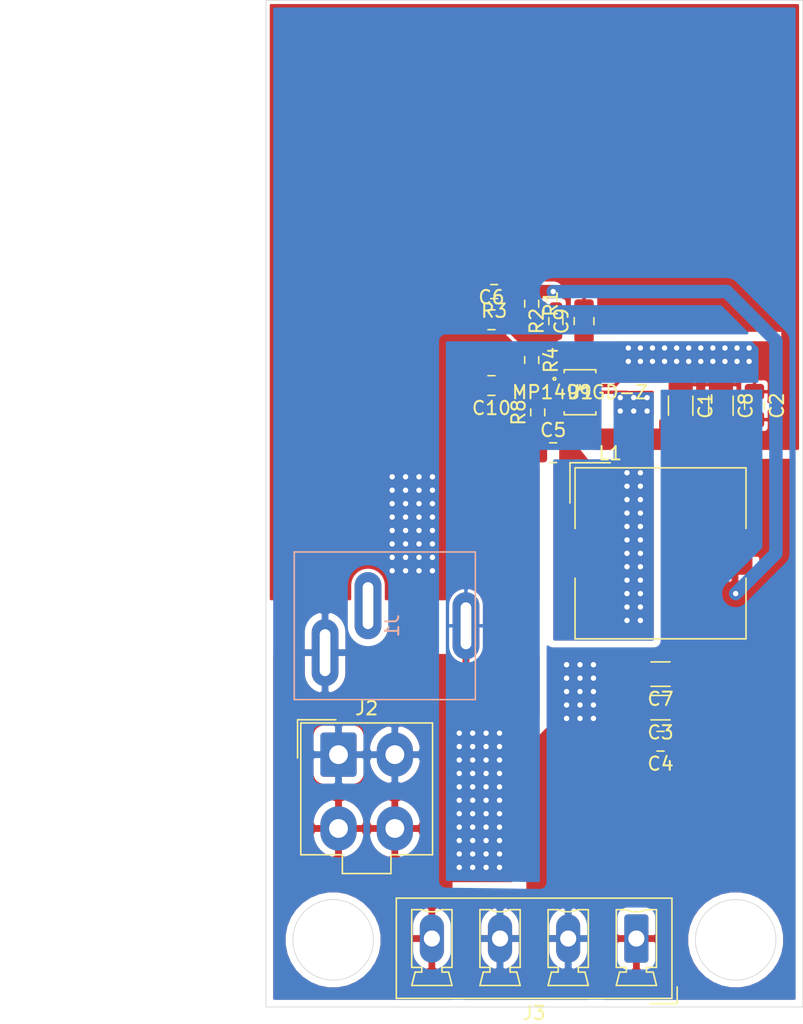
<source format=kicad_pcb>
(kicad_pcb (version 20171130) (host pcbnew "(5.1.9)-1")

  (general
    (thickness 1.6)
    (drawings 6)
    (tracks 181)
    (zones 0)
    (modules 20)
    (nets 12)
  )

  (page A4)
  (layers
    (0 F.Cu signal)
    (31 B.Cu signal)
    (32 B.Adhes user)
    (33 F.Adhes user)
    (34 B.Paste user)
    (35 F.Paste user)
    (36 B.SilkS user)
    (37 F.SilkS user)
    (38 B.Mask user)
    (39 F.Mask user)
    (40 Dwgs.User user)
    (41 Cmts.User user)
    (42 Eco1.User user)
    (43 Eco2.User user)
    (44 Edge.Cuts user)
    (45 Margin user)
    (46 B.CrtYd user)
    (47 F.CrtYd user)
    (48 B.Fab user)
    (49 F.Fab user)
  )

  (setup
    (last_trace_width 0.25)
    (user_trace_width 0.25)
    (user_trace_width 0.5)
    (user_trace_width 1)
    (user_trace_width 2)
    (trace_clearance 0.2)
    (zone_clearance 0.508)
    (zone_45_only no)
    (trace_min 0.2)
    (via_size 0.8)
    (via_drill 0.4)
    (via_min_size 0.4)
    (via_min_drill 0.3)
    (uvia_size 0.3)
    (uvia_drill 0.1)
    (uvias_allowed no)
    (uvia_min_size 0.2)
    (uvia_min_drill 0.1)
    (edge_width 0.05)
    (segment_width 0.2)
    (pcb_text_width 0.3)
    (pcb_text_size 1.5 1.5)
    (mod_edge_width 0.12)
    (mod_text_size 1 1)
    (mod_text_width 0.15)
    (pad_size 1.061999 0.2548)
    (pad_drill 0)
    (pad_to_mask_clearance 0)
    (aux_axis_origin 0 0)
    (visible_elements 7FE7F9E7)
    (pcbplotparams
      (layerselection 0x010fc_ffffffff)
      (usegerberextensions false)
      (usegerberattributes true)
      (usegerberadvancedattributes true)
      (creategerberjobfile true)
      (excludeedgelayer true)
      (linewidth 0.100000)
      (plotframeref false)
      (viasonmask false)
      (mode 1)
      (useauxorigin false)
      (hpglpennumber 1)
      (hpglpenspeed 20)
      (hpglpendiameter 15.000000)
      (psnegative false)
      (psa4output false)
      (plotreference true)
      (plotvalue true)
      (plotinvisibletext false)
      (padsonsilk false)
      (subtractmaskfromsilk false)
      (outputformat 1)
      (mirror false)
      (drillshape 1)
      (scaleselection 1)
      (outputdirectory ""))
  )

  (net 0 "")
  (net 1 GND)
  (net 2 +12V)
  (net 3 +5V)
  (net 4 "Net-(C5-Pad1)")
  (net 5 "Net-(C6-Pad2)")
  (net 6 "Net-(C6-Pad1)")
  (net 7 /SW)
  (net 8 /SS)
  (net 9 /VCC)
  (net 10 /FB)
  (net 11 /BST)

  (net_class Default "This is the default net class."
    (clearance 0.2)
    (trace_width 0.25)
    (via_dia 0.8)
    (via_drill 0.4)
    (uvia_dia 0.3)
    (uvia_drill 0.1)
    (add_net +12V)
    (add_net +5V)
    (add_net /BST)
    (add_net /FB)
    (add_net /SS)
    (add_net /SW)
    (add_net /VCC)
    (add_net GND)
    (add_net "Net-(C5-Pad1)")
    (add_net "Net-(C6-Pad1)")
    (add_net "Net-(C6-Pad2)")
  )

  (module DC015:DC015 (layer B.Cu) (tedit 60EFECDA) (tstamp 60F0218D)
    (at 133.5 105.6 90)
    (path /6117BDDE)
    (fp_text reference J1 (at 0 -1.5 90) (layer B.SilkS)
      (effects (font (size 1 1) (thickness 0.15)) (justify mirror))
    )
    (fp_text value Jack-DC (at 0 -0.3 90) (layer B.Fab)
      (effects (font (size 1 1) (thickness 0.15)) (justify mirror))
    )
    (fp_line (start -5.5 4.7) (end 5.5 4.7) (layer B.SilkS) (width 0.12))
    (fp_line (start 5.5 4.7) (end 5.5 -8.8) (layer B.SilkS) (width 0.12))
    (fp_line (start 5.5 -8.8) (end -5.5 -8.8) (layer B.SilkS) (width 0.12))
    (fp_line (start -5.5 -8.8) (end -5.5 4.7) (layer B.SilkS) (width 0.12))
    (fp_line (start 6.5 5.7) (end 6.5 -9.8) (layer B.Fab) (width 0.12))
    (fp_line (start 6.5 -9.8) (end -6.5 -9.8) (layer B.Fab) (width 0.12))
    (fp_line (start -6.5 -9.8) (end -6.5 5.7) (layer B.Fab) (width 0.12))
    (fp_line (start -6.5 5.7) (end 6.5 5.7) (layer B.Fab) (width 0.12))
    (pad 3 thru_hole oval (at 1.5 -3.3 90) (size 5 2) (drill oval 3.5 0.8) (layers *.Cu *.Mask))
    (pad 2 thru_hole oval (at -2 -6.5 90) (size 5 2) (drill oval 3.5 0.8) (layers *.Cu *.Mask)
      (net 1 GND))
    (pad 1 thru_hole oval (at 0 4 90) (size 5 2) (drill oval 3.5 0.8) (layers *.Cu *.Mask)
      (net 2 +12V))
  )

  (module MP1499GD:MP1499GD-Z (layer F.Cu) (tedit 60EFD240) (tstamp 60F022FC)
    (at 146 88.2)
    (path /61185324)
    (fp_text reference U1 (at 0 0) (layer F.SilkS)
      (effects (font (size 1 1) (thickness 0.15)))
    )
    (fp_text value MP1499GD-Z (at 0 0) (layer F.SilkS)
      (effects (font (size 1 1) (thickness 0.15)))
    )
    (fp_circle (center -0.2921 -1) (end -0.2159 -1) (layer F.Fab) (width 0.1))
    (fp_circle (center -1.904899 -1) (end -1.803299 -1) (layer F.SilkS) (width 0.12))
    (fp_line (start -1.3081 1.3814) (end -1.608099 1.3814) (layer F.CrtYd) (width 0.05))
    (fp_line (start -1.3081 1.8034) (end -1.3081 1.3814) (layer F.CrtYd) (width 0.05))
    (fp_line (start 1.3081 1.8034) (end -1.3081 1.8034) (layer F.CrtYd) (width 0.05))
    (fp_line (start 1.3081 1.3814) (end 1.3081 1.8034) (layer F.CrtYd) (width 0.05))
    (fp_line (start 1.608099 1.3814) (end 1.3081 1.3814) (layer F.CrtYd) (width 0.05))
    (fp_line (start 1.608099 -1.3814) (end 1.608099 1.3814) (layer F.CrtYd) (width 0.05))
    (fp_line (start 1.3081 -1.3814) (end 1.608099 -1.3814) (layer F.CrtYd) (width 0.05))
    (fp_line (start 1.3081 -1.8034) (end 1.3081 -1.3814) (layer F.CrtYd) (width 0.05))
    (fp_line (start -1.3081 -1.8034) (end 1.3081 -1.8034) (layer F.CrtYd) (width 0.05))
    (fp_line (start -1.3081 -1.3814) (end -1.3081 -1.8034) (layer F.CrtYd) (width 0.05))
    (fp_line (start -1.608099 -1.3814) (end -1.3081 -1.3814) (layer F.CrtYd) (width 0.05))
    (fp_line (start -1.608099 1.3814) (end -1.608099 -1.3814) (layer F.CrtYd) (width 0.05))
    (fp_line (start 1.1811 -1.460141) (end 1.1811 -1.6764) (layer F.SilkS) (width 0.12))
    (fp_line (start -1.1811 1.460141) (end -1.1811 1.6764) (layer F.SilkS) (width 0.12))
    (fp_line (start -1.0541 -1.5494) (end -1.0541 1.5494) (layer F.Fab) (width 0.1))
    (fp_line (start 1.0541 -1.5494) (end -1.0541 -1.5494) (layer F.Fab) (width 0.1))
    (fp_line (start 1.0541 1.5494) (end 1.0541 -1.5494) (layer F.Fab) (width 0.1))
    (fp_line (start -1.0541 1.5494) (end 1.0541 1.5494) (layer F.Fab) (width 0.1))
    (fp_line (start -1.1811 -1.6764) (end -1.1811 -1.460141) (layer F.SilkS) (width 0.12))
    (fp_line (start 1.1811 -1.6764) (end -1.1811 -1.6764) (layer F.SilkS) (width 0.12))
    (fp_line (start 1.1811 1.6764) (end 1.1811 1.460141) (layer F.SilkS) (width 0.12))
    (fp_line (start -1.1811 1.6764) (end 1.1811 1.6764) (layer F.SilkS) (width 0.12))
    (fp_arc (start 0 -1.5494) (end 0.3048 -1.5494) (angle 180) (layer F.Fab) (width 0.1))
    (fp_text user * (at 0 0) (layer F.Fab)
      (effects (font (size 1 1) (thickness 0.15)))
    )
    (fp_text user * (at 0 0) (layer F.SilkS)
      (effects (font (size 1 1) (thickness 0.15)))
    )
    (pad 10 smd rect (at 0.8231 -1.000001) (size 1.061999 0.2548) (layers F.Cu F.Paste F.Mask)
      (net 8 /SS))
    (pad 9 smd rect (at 0.8231 -0.499999) (size 1.061999 0.2548) (layers F.Cu F.Paste F.Mask)
      (net 2 +12V))
    (pad 8 smd rect (at 0.8231 0) (size 1.061999 0.2548) (layers F.Cu F.Paste F.Mask)
      (net 7 /SW))
    (pad 7 smd rect (at 0.8231 0.499999) (size 1.061999 0.2548) (layers F.Cu F.Paste F.Mask)
      (net 1 GND))
    (pad 6 smd rect (at 0.8231 1.000001) (size 1.061999 0.2548) (layers F.Cu F.Paste F.Mask)
      (net 1 GND))
    (pad 5 smd rect (at -0.8231 1.000001) (size 1.061999 0.2548) (layers F.Cu F.Paste F.Mask))
    (pad 4 smd rect (at -0.8231 0.499999) (size 1.061999 0.2548) (layers F.Cu F.Paste F.Mask)
      (net 11 /BST))
    (pad 3 smd rect (at -0.8231 0) (size 1.061999 0.2548) (layers F.Cu F.Paste F.Mask))
    (pad 2 smd rect (at -0.8231 -0.499999) (size 1.061999 0.2548) (layers F.Cu F.Paste F.Mask)
      (net 9 /VCC))
    (pad 1 smd rect (at -0.8231 -1.000001) (size 1.061999 0.2548) (layers F.Cu F.Paste F.Mask)
      (net 10 /FB))
  )

  (module Resistor_SMD:R_0603_1608Metric_Pad0.98x0.95mm_HandSolder (layer F.Cu) (tedit 5F68FEEE) (tstamp 60F022CE)
    (at 142.85 89.7 90)
    (descr "Resistor SMD 0603 (1608 Metric), square (rectangular) end terminal, IPC_7351 nominal with elongated pad for handsoldering. (Body size source: IPC-SM-782 page 72, https://www.pcb-3d.com/wordpress/wp-content/uploads/ipc-sm-782a_amendment_1_and_2.pdf), generated with kicad-footprint-generator")
    (tags "resistor handsolder")
    (path /61197888)
    (attr smd)
    (fp_text reference R8 (at 0 -1.43 90) (layer F.SilkS)
      (effects (font (size 1 1) (thickness 0.15)))
    )
    (fp_text value R (at 0 1.43 90) (layer F.Fab)
      (effects (font (size 1 1) (thickness 0.15)))
    )
    (fp_line (start 1.65 0.73) (end -1.65 0.73) (layer F.CrtYd) (width 0.05))
    (fp_line (start 1.65 -0.73) (end 1.65 0.73) (layer F.CrtYd) (width 0.05))
    (fp_line (start -1.65 -0.73) (end 1.65 -0.73) (layer F.CrtYd) (width 0.05))
    (fp_line (start -1.65 0.73) (end -1.65 -0.73) (layer F.CrtYd) (width 0.05))
    (fp_line (start -0.254724 0.5225) (end 0.254724 0.5225) (layer F.SilkS) (width 0.12))
    (fp_line (start -0.254724 -0.5225) (end 0.254724 -0.5225) (layer F.SilkS) (width 0.12))
    (fp_line (start 0.8 0.4125) (end -0.8 0.4125) (layer F.Fab) (width 0.1))
    (fp_line (start 0.8 -0.4125) (end 0.8 0.4125) (layer F.Fab) (width 0.1))
    (fp_line (start -0.8 -0.4125) (end 0.8 -0.4125) (layer F.Fab) (width 0.1))
    (fp_line (start -0.8 0.4125) (end -0.8 -0.4125) (layer F.Fab) (width 0.1))
    (fp_text user %R (at 0 0 90) (layer F.Fab)
      (effects (font (size 0.4 0.4) (thickness 0.06)))
    )
    (pad 2 smd roundrect (at 0.9125 0 90) (size 0.975 0.95) (layers F.Cu F.Paste F.Mask) (roundrect_rratio 0.25)
      (net 11 /BST))
    (pad 1 smd roundrect (at -0.9125 0 90) (size 0.975 0.95) (layers F.Cu F.Paste F.Mask) (roundrect_rratio 0.25)
      (net 4 "Net-(C5-Pad1)"))
    (model ${KISYS3DMOD}/Resistor_SMD.3dshapes/R_0603_1608Metric.wrl
      (at (xyz 0 0 0))
      (scale (xyz 1 1 1))
      (rotate (xyz 0 0 0))
    )
  )

  (module Resistor_SMD:R_0603_1608Metric_Pad0.98x0.95mm_HandSolder (layer F.Cu) (tedit 5F68FEEE) (tstamp 60F022BD)
    (at 142.4 85.8 270)
    (descr "Resistor SMD 0603 (1608 Metric), square (rectangular) end terminal, IPC_7351 nominal with elongated pad for handsoldering. (Body size source: IPC-SM-782 page 72, https://www.pcb-3d.com/wordpress/wp-content/uploads/ipc-sm-782a_amendment_1_and_2.pdf), generated with kicad-footprint-generator")
    (tags "resistor handsolder")
    (path /6119E6DA)
    (attr smd)
    (fp_text reference R4 (at 0 -1.43 90) (layer F.SilkS)
      (effects (font (size 1 1) (thickness 0.15)))
    )
    (fp_text value 0 (at 0 1.43 90) (layer F.Fab)
      (effects (font (size 1 1) (thickness 0.15)))
    )
    (fp_line (start 1.65 0.73) (end -1.65 0.73) (layer F.CrtYd) (width 0.05))
    (fp_line (start 1.65 -0.73) (end 1.65 0.73) (layer F.CrtYd) (width 0.05))
    (fp_line (start -1.65 -0.73) (end 1.65 -0.73) (layer F.CrtYd) (width 0.05))
    (fp_line (start -1.65 0.73) (end -1.65 -0.73) (layer F.CrtYd) (width 0.05))
    (fp_line (start -0.254724 0.5225) (end 0.254724 0.5225) (layer F.SilkS) (width 0.12))
    (fp_line (start -0.254724 -0.5225) (end 0.254724 -0.5225) (layer F.SilkS) (width 0.12))
    (fp_line (start 0.8 0.4125) (end -0.8 0.4125) (layer F.Fab) (width 0.1))
    (fp_line (start 0.8 -0.4125) (end 0.8 0.4125) (layer F.Fab) (width 0.1))
    (fp_line (start -0.8 -0.4125) (end 0.8 -0.4125) (layer F.Fab) (width 0.1))
    (fp_line (start -0.8 0.4125) (end -0.8 -0.4125) (layer F.Fab) (width 0.1))
    (fp_text user %R (at 0 0 90) (layer F.Fab)
      (effects (font (size 0.4 0.4) (thickness 0.06)))
    )
    (pad 2 smd roundrect (at 0.9125 0 270) (size 0.975 0.95) (layers F.Cu F.Paste F.Mask) (roundrect_rratio 0.25)
      (net 10 /FB))
    (pad 1 smd roundrect (at -0.9125 0 270) (size 0.975 0.95) (layers F.Cu F.Paste F.Mask) (roundrect_rratio 0.25)
      (net 5 "Net-(C6-Pad2)"))
    (model ${KISYS3DMOD}/Resistor_SMD.3dshapes/R_0603_1608Metric.wrl
      (at (xyz 0 0 0))
      (scale (xyz 1 1 1))
      (rotate (xyz 0 0 0))
    )
  )

  (module Resistor_SMD:R_0603_1608Metric_Pad0.98x0.95mm_HandSolder (layer F.Cu) (tedit 5F68FEEE) (tstamp 60F022AC)
    (at 139.6 80.7 180)
    (descr "Resistor SMD 0603 (1608 Metric), square (rectangular) end terminal, IPC_7351 nominal with elongated pad for handsoldering. (Body size source: IPC-SM-782 page 72, https://www.pcb-3d.com/wordpress/wp-content/uploads/ipc-sm-782a_amendment_1_and_2.pdf), generated with kicad-footprint-generator")
    (tags "resistor handsolder")
    (path /611A1F34)
    (attr smd)
    (fp_text reference R3 (at 0 -1.43) (layer F.SilkS)
      (effects (font (size 1 1) (thickness 0.15)))
    )
    (fp_text value NS (at 0 1.43) (layer F.Fab)
      (effects (font (size 1 1) (thickness 0.15)))
    )
    (fp_line (start 1.65 0.73) (end -1.65 0.73) (layer F.CrtYd) (width 0.05))
    (fp_line (start 1.65 -0.73) (end 1.65 0.73) (layer F.CrtYd) (width 0.05))
    (fp_line (start -1.65 -0.73) (end 1.65 -0.73) (layer F.CrtYd) (width 0.05))
    (fp_line (start -1.65 0.73) (end -1.65 -0.73) (layer F.CrtYd) (width 0.05))
    (fp_line (start -0.254724 0.5225) (end 0.254724 0.5225) (layer F.SilkS) (width 0.12))
    (fp_line (start -0.254724 -0.5225) (end 0.254724 -0.5225) (layer F.SilkS) (width 0.12))
    (fp_line (start 0.8 0.4125) (end -0.8 0.4125) (layer F.Fab) (width 0.1))
    (fp_line (start 0.8 -0.4125) (end 0.8 0.4125) (layer F.Fab) (width 0.1))
    (fp_line (start -0.8 -0.4125) (end 0.8 -0.4125) (layer F.Fab) (width 0.1))
    (fp_line (start -0.8 0.4125) (end -0.8 -0.4125) (layer F.Fab) (width 0.1))
    (fp_text user %R (at 0 0) (layer F.Fab)
      (effects (font (size 0.4 0.4) (thickness 0.06)))
    )
    (pad 2 smd roundrect (at 0.9125 0 180) (size 0.975 0.95) (layers F.Cu F.Paste F.Mask) (roundrect_rratio 0.25)
      (net 6 "Net-(C6-Pad1)"))
    (pad 1 smd roundrect (at -0.9125 0 180) (size 0.975 0.95) (layers F.Cu F.Paste F.Mask) (roundrect_rratio 0.25)
      (net 3 +5V))
    (model ${KISYS3DMOD}/Resistor_SMD.3dshapes/R_0603_1608Metric.wrl
      (at (xyz 0 0 0))
      (scale (xyz 1 1 1))
      (rotate (xyz 0 0 0))
    )
  )

  (module Resistor_SMD:R_0603_1608Metric_Pad0.98x0.95mm_HandSolder (layer F.Cu) (tedit 5F68FEEE) (tstamp 60F0229B)
    (at 144.2 82.9 90)
    (descr "Resistor SMD 0603 (1608 Metric), square (rectangular) end terminal, IPC_7351 nominal with elongated pad for handsoldering. (Body size source: IPC-SM-782 page 72, https://www.pcb-3d.com/wordpress/wp-content/uploads/ipc-sm-782a_amendment_1_and_2.pdf), generated with kicad-footprint-generator")
    (tags "resistor handsolder")
    (path /611AE95C)
    (attr smd)
    (fp_text reference R2 (at 0 -1.43 90) (layer F.SilkS)
      (effects (font (size 1 1) (thickness 0.15)))
    )
    (fp_text value 40.2k (at 0 1.43 90) (layer F.Fab)
      (effects (font (size 1 1) (thickness 0.15)))
    )
    (fp_line (start 1.65 0.73) (end -1.65 0.73) (layer F.CrtYd) (width 0.05))
    (fp_line (start 1.65 -0.73) (end 1.65 0.73) (layer F.CrtYd) (width 0.05))
    (fp_line (start -1.65 -0.73) (end 1.65 -0.73) (layer F.CrtYd) (width 0.05))
    (fp_line (start -1.65 0.73) (end -1.65 -0.73) (layer F.CrtYd) (width 0.05))
    (fp_line (start -0.254724 0.5225) (end 0.254724 0.5225) (layer F.SilkS) (width 0.12))
    (fp_line (start -0.254724 -0.5225) (end 0.254724 -0.5225) (layer F.SilkS) (width 0.12))
    (fp_line (start 0.8 0.4125) (end -0.8 0.4125) (layer F.Fab) (width 0.1))
    (fp_line (start 0.8 -0.4125) (end 0.8 0.4125) (layer F.Fab) (width 0.1))
    (fp_line (start -0.8 -0.4125) (end 0.8 -0.4125) (layer F.Fab) (width 0.1))
    (fp_line (start -0.8 0.4125) (end -0.8 -0.4125) (layer F.Fab) (width 0.1))
    (fp_text user %R (at 0 0 90) (layer F.Fab)
      (effects (font (size 0.4 0.4) (thickness 0.06)))
    )
    (pad 2 smd roundrect (at 0.9125 0 90) (size 0.975 0.95) (layers F.Cu F.Paste F.Mask) (roundrect_rratio 0.25)
      (net 1 GND))
    (pad 1 smd roundrect (at -0.9125 0 90) (size 0.975 0.95) (layers F.Cu F.Paste F.Mask) (roundrect_rratio 0.25)
      (net 5 "Net-(C6-Pad2)"))
    (model ${KISYS3DMOD}/Resistor_SMD.3dshapes/R_0603_1608Metric.wrl
      (at (xyz 0 0 0))
      (scale (xyz 1 1 1))
      (rotate (xyz 0 0 0))
    )
  )

  (module Resistor_SMD:R_0603_1608Metric_Pad0.98x0.95mm_HandSolder (layer F.Cu) (tedit 5F68FEEE) (tstamp 60F0228A)
    (at 142.4 81.6 270)
    (descr "Resistor SMD 0603 (1608 Metric), square (rectangular) end terminal, IPC_7351 nominal with elongated pad for handsoldering. (Body size source: IPC-SM-782 page 72, https://www.pcb-3d.com/wordpress/wp-content/uploads/ipc-sm-782a_amendment_1_and_2.pdf), generated with kicad-footprint-generator")
    (tags "resistor handsolder")
    (path /611A113A)
    (attr smd)
    (fp_text reference R1 (at 0 -1.43 90) (layer F.SilkS)
      (effects (font (size 1 1) (thickness 0.15)))
    )
    (fp_text value 210k (at 0 1.43 90) (layer F.Fab)
      (effects (font (size 1 1) (thickness 0.15)))
    )
    (fp_line (start 1.65 0.73) (end -1.65 0.73) (layer F.CrtYd) (width 0.05))
    (fp_line (start 1.65 -0.73) (end 1.65 0.73) (layer F.CrtYd) (width 0.05))
    (fp_line (start -1.65 -0.73) (end 1.65 -0.73) (layer F.CrtYd) (width 0.05))
    (fp_line (start -1.65 0.73) (end -1.65 -0.73) (layer F.CrtYd) (width 0.05))
    (fp_line (start -0.254724 0.5225) (end 0.254724 0.5225) (layer F.SilkS) (width 0.12))
    (fp_line (start -0.254724 -0.5225) (end 0.254724 -0.5225) (layer F.SilkS) (width 0.12))
    (fp_line (start 0.8 0.4125) (end -0.8 0.4125) (layer F.Fab) (width 0.1))
    (fp_line (start 0.8 -0.4125) (end 0.8 0.4125) (layer F.Fab) (width 0.1))
    (fp_line (start -0.8 -0.4125) (end 0.8 -0.4125) (layer F.Fab) (width 0.1))
    (fp_line (start -0.8 0.4125) (end -0.8 -0.4125) (layer F.Fab) (width 0.1))
    (fp_text user %R (at 0 0 90) (layer F.Fab)
      (effects (font (size 0.4 0.4) (thickness 0.06)))
    )
    (pad 2 smd roundrect (at 0.9125 0 270) (size 0.975 0.95) (layers F.Cu F.Paste F.Mask) (roundrect_rratio 0.25)
      (net 5 "Net-(C6-Pad2)"))
    (pad 1 smd roundrect (at -0.9125 0 270) (size 0.975 0.95) (layers F.Cu F.Paste F.Mask) (roundrect_rratio 0.25)
      (net 3 +5V))
    (model ${KISYS3DMOD}/Resistor_SMD.3dshapes/R_0603_1608Metric.wrl
      (at (xyz 0 0 0))
      (scale (xyz 1 1 1))
      (rotate (xyz 0 0 0))
    )
  )

  (module Inductor_SMD:L_TDK_SLF12575 (layer F.Cu) (tedit 5C2392AD) (tstamp 60F02279)
    (at 152 100.2)
    (descr "Inductor, TDK, SLF12575, 12.5mmx12.5mm (Script generated with StandardBox.py) (https://product.tdk.com/info/en/catalog/datasheets/inductor_automotive_power_slf12575-h_en.pdf)")
    (tags "Inductor SLF12575")
    (path /61199F2C)
    (attr smd)
    (fp_text reference L1 (at -3.75 -7.45) (layer F.SilkS)
      (effects (font (size 1 1) (thickness 0.15)))
    )
    (fp_text value 3.9uH (at 0 7.25) (layer F.Fab)
      (effects (font (size 1 1) (thickness 0.15)))
    )
    (fp_line (start -6.5 1.86) (end -6.5 6.5) (layer F.CrtYd) (width 0.05))
    (fp_line (start -7.11 1.86) (end -6.5 1.86) (layer F.CrtYd) (width 0.05))
    (fp_line (start -7.11 -1.86) (end -7.11 1.86) (layer F.CrtYd) (width 0.05))
    (fp_line (start -6.5 -1.86) (end -7.11 -1.86) (layer F.CrtYd) (width 0.05))
    (fp_line (start -6.5 -6.5) (end -6.5 -1.86) (layer F.CrtYd) (width 0.05))
    (fp_line (start -6.5 6.5) (end 6.5 6.5) (layer F.CrtYd) (width 0.05))
    (fp_line (start 6.5 1.86) (end 6.5 6.5) (layer F.CrtYd) (width 0.05))
    (fp_line (start 7.11 1.86) (end 6.5 1.86) (layer F.CrtYd) (width 0.05))
    (fp_line (start 7.11 -1.86) (end 7.11 1.86) (layer F.CrtYd) (width 0.05))
    (fp_line (start 6.5 -1.86) (end 7.11 -1.86) (layer F.CrtYd) (width 0.05))
    (fp_line (start 6.5 -6.5) (end 6.5 -1.86) (layer F.CrtYd) (width 0.05))
    (fp_line (start -6.5 -6.5) (end 6.5 -6.5) (layer F.CrtYd) (width 0.05))
    (fp_line (start -6.37 1.85) (end -6.37 6.37) (layer F.SilkS) (width 0.12))
    (fp_line (start -6.37 -6.37) (end -6.37 -1.85) (layer F.SilkS) (width 0.12))
    (fp_line (start -6.37 6.37) (end 6.37 6.37) (layer F.SilkS) (width 0.12))
    (fp_line (start 6.37 1.85) (end 6.37 6.37) (layer F.SilkS) (width 0.12))
    (fp_line (start 6.37 -6.37) (end 6.37 -1.85) (layer F.SilkS) (width 0.12))
    (fp_line (start -6.37 -6.37) (end 6.37 -6.37) (layer F.SilkS) (width 0.12))
    (fp_line (start -6.75 -6.75) (end -3.75 -6.75) (layer F.SilkS) (width 0.12))
    (fp_line (start -6.75 -3.75) (end -6.75 -6.75) (layer F.SilkS) (width 0.12))
    (fp_line (start -6.25 -5.75) (end -5.75 -6.25) (layer F.Fab) (width 0.1))
    (fp_line (start -6.25 6.25) (end -6.25 -5.75) (layer F.Fab) (width 0.1))
    (fp_line (start 6.25 6.25) (end -6.25 6.25) (layer F.Fab) (width 0.1))
    (fp_line (start 6.25 -6.25) (end 6.25 6.25) (layer F.Fab) (width 0.1))
    (fp_line (start -5.75 -6.25) (end 6.25 -6.25) (layer F.Fab) (width 0.1))
    (fp_text user "" (at -49 0.05) (layer F.SilkS)
      (effects (font (size 3 3) (thickness 0.15)))
    )
    (fp_text user %R (at 0 0) (layer F.Fab)
      (effects (font (size 1 1) (thickness 0.15)))
    )
    (pad 2 smd roundrect (at 5.55 0) (size 2.6 3.2) (layers F.Cu F.Paste F.Mask) (roundrect_rratio 0.25)
      (net 3 +5V))
    (pad 1 smd roundrect (at -5.55 0) (size 2.6 3.2) (layers F.Cu F.Paste F.Mask) (roundrect_rratio 0.25)
      (net 7 /SW))
    (model ${KISYS3DMOD}/Inductor_SMD.3dshapes/L_TDK_SLF12575.wrl
      (at (xyz 0 0 0))
      (scale (xyz 1 1 1))
      (rotate (xyz 0 0 0))
    )
  )

  (module Connector_Phoenix_MC_HighVoltage:PhoenixContact_MCV_1,5_4-G-5.08_1x04_P5.08mm_Vertical (layer F.Cu) (tedit 5B784ED3) (tstamp 60F02214)
    (at 150.2 128.9 180)
    (descr "Generic Phoenix Contact connector footprint for: MCV_1,5/4-G-5.08; number of pins: 04; pin pitch: 5.08mm; Vertical || order number: 1836312 8A 320V")
    (tags "phoenix_contact connector MCV_01x04_G_5.08mm")
    (path /6120A8E4)
    (fp_text reference J3 (at 7.62 -5.55) (layer F.SilkS)
      (effects (font (size 1 1) (thickness 0.15)))
    )
    (fp_text value "Molex 4 Pin" (at 7.62 4.1) (layer F.Fab)
      (effects (font (size 1 1) (thickness 0.15)))
    )
    (fp_line (start -3.04 -4.85) (end -1.04 -4.85) (layer F.Fab) (width 0.1))
    (fp_line (start -3.04 -3.6) (end -3.04 -4.85) (layer F.Fab) (width 0.1))
    (fp_line (start -3.04 -4.85) (end -1.04 -4.85) (layer F.SilkS) (width 0.12))
    (fp_line (start -3.04 -3.6) (end -3.04 -4.85) (layer F.SilkS) (width 0.12))
    (fp_line (start 18.28 -4.85) (end -3.04 -4.85) (layer F.CrtYd) (width 0.05))
    (fp_line (start 18.28 3.4) (end 18.28 -4.85) (layer F.CrtYd) (width 0.05))
    (fp_line (start -3.04 3.4) (end 18.28 3.4) (layer F.CrtYd) (width 0.05))
    (fp_line (start -3.04 -4.85) (end -3.04 3.4) (layer F.CrtYd) (width 0.05))
    (fp_line (start 16.74 2.15) (end 15.99 2.15) (layer F.SilkS) (width 0.12))
    (fp_line (start 16.74 -2.15) (end 16.74 2.15) (layer F.SilkS) (width 0.12))
    (fp_line (start 15.99 -2.15) (end 16.74 -2.15) (layer F.SilkS) (width 0.12))
    (fp_line (start 15.99 -2.5) (end 15.99 -2.15) (layer F.SilkS) (width 0.12))
    (fp_line (start 16.49 -2.5) (end 15.99 -2.5) (layer F.SilkS) (width 0.12))
    (fp_line (start 16.74 -3.5) (end 16.49 -2.5) (layer F.SilkS) (width 0.12))
    (fp_line (start 13.74 -3.5) (end 16.74 -3.5) (layer F.SilkS) (width 0.12))
    (fp_line (start 13.99 -2.5) (end 13.74 -3.5) (layer F.SilkS) (width 0.12))
    (fp_line (start 14.49 -2.5) (end 13.99 -2.5) (layer F.SilkS) (width 0.12))
    (fp_line (start 14.49 -2.15) (end 14.49 -2.5) (layer F.SilkS) (width 0.12))
    (fp_line (start 13.74 -2.15) (end 14.49 -2.15) (layer F.SilkS) (width 0.12))
    (fp_line (start 13.74 2.15) (end 13.74 -2.15) (layer F.SilkS) (width 0.12))
    (fp_line (start 14.49 2.15) (end 13.74 2.15) (layer F.SilkS) (width 0.12))
    (fp_line (start 11.66 2.15) (end 10.91 2.15) (layer F.SilkS) (width 0.12))
    (fp_line (start 11.66 -2.15) (end 11.66 2.15) (layer F.SilkS) (width 0.12))
    (fp_line (start 10.91 -2.15) (end 11.66 -2.15) (layer F.SilkS) (width 0.12))
    (fp_line (start 10.91 -2.5) (end 10.91 -2.15) (layer F.SilkS) (width 0.12))
    (fp_line (start 11.41 -2.5) (end 10.91 -2.5) (layer F.SilkS) (width 0.12))
    (fp_line (start 11.66 -3.5) (end 11.41 -2.5) (layer F.SilkS) (width 0.12))
    (fp_line (start 8.66 -3.5) (end 11.66 -3.5) (layer F.SilkS) (width 0.12))
    (fp_line (start 8.91 -2.5) (end 8.66 -3.5) (layer F.SilkS) (width 0.12))
    (fp_line (start 9.41 -2.5) (end 8.91 -2.5) (layer F.SilkS) (width 0.12))
    (fp_line (start 9.41 -2.15) (end 9.41 -2.5) (layer F.SilkS) (width 0.12))
    (fp_line (start 8.66 -2.15) (end 9.41 -2.15) (layer F.SilkS) (width 0.12))
    (fp_line (start 8.66 2.15) (end 8.66 -2.15) (layer F.SilkS) (width 0.12))
    (fp_line (start 9.41 2.15) (end 8.66 2.15) (layer F.SilkS) (width 0.12))
    (fp_line (start 6.58 2.15) (end 5.83 2.15) (layer F.SilkS) (width 0.12))
    (fp_line (start 6.58 -2.15) (end 6.58 2.15) (layer F.SilkS) (width 0.12))
    (fp_line (start 5.83 -2.15) (end 6.58 -2.15) (layer F.SilkS) (width 0.12))
    (fp_line (start 5.83 -2.5) (end 5.83 -2.15) (layer F.SilkS) (width 0.12))
    (fp_line (start 6.33 -2.5) (end 5.83 -2.5) (layer F.SilkS) (width 0.12))
    (fp_line (start 6.58 -3.5) (end 6.33 -2.5) (layer F.SilkS) (width 0.12))
    (fp_line (start 3.58 -3.5) (end 6.58 -3.5) (layer F.SilkS) (width 0.12))
    (fp_line (start 3.83 -2.5) (end 3.58 -3.5) (layer F.SilkS) (width 0.12))
    (fp_line (start 4.33 -2.5) (end 3.83 -2.5) (layer F.SilkS) (width 0.12))
    (fp_line (start 4.33 -2.15) (end 4.33 -2.5) (layer F.SilkS) (width 0.12))
    (fp_line (start 3.58 -2.15) (end 4.33 -2.15) (layer F.SilkS) (width 0.12))
    (fp_line (start 3.58 2.15) (end 3.58 -2.15) (layer F.SilkS) (width 0.12))
    (fp_line (start 4.33 2.15) (end 3.58 2.15) (layer F.SilkS) (width 0.12))
    (fp_line (start 1.5 2.15) (end 0.75 2.15) (layer F.SilkS) (width 0.12))
    (fp_line (start 1.5 -2.15) (end 1.5 2.15) (layer F.SilkS) (width 0.12))
    (fp_line (start 0.75 -2.15) (end 1.5 -2.15) (layer F.SilkS) (width 0.12))
    (fp_line (start 0.75 -2.5) (end 0.75 -2.15) (layer F.SilkS) (width 0.12))
    (fp_line (start 1.25 -2.5) (end 0.75 -2.5) (layer F.SilkS) (width 0.12))
    (fp_line (start 1.5 -3.5) (end 1.25 -2.5) (layer F.SilkS) (width 0.12))
    (fp_line (start -1.5 -3.5) (end 1.5 -3.5) (layer F.SilkS) (width 0.12))
    (fp_line (start -1.25 -2.5) (end -1.5 -3.5) (layer F.SilkS) (width 0.12))
    (fp_line (start -0.75 -2.5) (end -1.25 -2.5) (layer F.SilkS) (width 0.12))
    (fp_line (start -0.75 -2.15) (end -0.75 -2.5) (layer F.SilkS) (width 0.12))
    (fp_line (start -1.5 -2.15) (end -0.75 -2.15) (layer F.SilkS) (width 0.12))
    (fp_line (start -1.5 2.15) (end -1.5 -2.15) (layer F.SilkS) (width 0.12))
    (fp_line (start -0.75 2.15) (end -1.5 2.15) (layer F.SilkS) (width 0.12))
    (fp_line (start 17.78 -4.35) (end -2.54 -4.35) (layer F.Fab) (width 0.1))
    (fp_line (start 17.78 2.9) (end 17.78 -4.35) (layer F.Fab) (width 0.1))
    (fp_line (start -2.54 2.9) (end 17.78 2.9) (layer F.Fab) (width 0.1))
    (fp_line (start -2.54 -4.35) (end -2.54 2.9) (layer F.Fab) (width 0.1))
    (fp_line (start 17.89 -4.46) (end -2.65 -4.46) (layer F.SilkS) (width 0.12))
    (fp_line (start 17.89 3.01) (end 17.89 -4.46) (layer F.SilkS) (width 0.12))
    (fp_line (start -2.65 3.01) (end 17.89 3.01) (layer F.SilkS) (width 0.12))
    (fp_line (start -2.65 -4.46) (end -2.65 3.01) (layer F.SilkS) (width 0.12))
    (fp_text user %R (at 7.62 -3.65) (layer F.Fab)
      (effects (font (size 1 1) (thickness 0.15)))
    )
    (fp_arc (start 15.24 3.85) (end 14.49 2.15) (angle 47.6) (layer F.SilkS) (width 0.12))
    (fp_arc (start 10.16 3.85) (end 9.41 2.15) (angle 47.6) (layer F.SilkS) (width 0.12))
    (fp_arc (start 5.08 3.85) (end 4.33 2.15) (angle 47.6) (layer F.SilkS) (width 0.12))
    (fp_arc (start 0 3.85) (end -0.75 2.15) (angle 47.6) (layer F.SilkS) (width 0.12))
    (pad 4 thru_hole oval (at 15.24 0 180) (size 1.8 3.6) (drill 1.2) (layers *.Cu *.Mask)
      (net 2 +12V))
    (pad 3 thru_hole oval (at 10.16 0 180) (size 1.8 3.6) (drill 1.2) (layers *.Cu *.Mask)
      (net 1 GND))
    (pad 2 thru_hole oval (at 5.08 0 180) (size 1.8 3.6) (drill 1.2) (layers *.Cu *.Mask)
      (net 1 GND))
    (pad 1 thru_hole roundrect (at 0 0 180) (size 1.8 3.6) (drill 1.2) (layers *.Cu *.Mask) (roundrect_rratio 0.138889)
      (net 3 +5V))
    (model ${KISYS3DMOD}/Connector_Phoenix_MC_HighVoltage.3dshapes/PhoenixContact_MCV_1,5_4-G-5.08_1x04_P5.08mm_Vertical.wrl
      (at (xyz 0 0 0))
      (scale (xyz 1 1 1))
      (rotate (xyz 0 0 0))
    )
  )

  (module Connector_Molex:Molex_Mini-Fit_Jr_5566-04A_2x02_P4.20mm_Vertical (layer F.Cu) (tedit 5B781992) (tstamp 60F021C3)
    (at 128 115.2)
    (descr "Molex Mini-Fit Jr. Power Connectors, old mpn/engineering number: 5566-04A, example for new mpn: 39-28-x04x, 2 Pins per row, Mounting:  (http://www.molex.com/pdm_docs/sd/039281043_sd.pdf), generated with kicad-footprint-generator")
    (tags "connector Molex Mini-Fit_Jr side entry")
    (path /6120926C)
    (fp_text reference J2 (at 2.1 -3.45) (layer F.SilkS)
      (effects (font (size 1 1) (thickness 0.15)))
    )
    (fp_text value "ATX 4 Pin" (at 2.1 9.95) (layer F.Fab)
      (effects (font (size 1 1) (thickness 0.15)))
    )
    (fp_line (start 7.4 -2.75) (end -3.2 -2.75) (layer F.CrtYd) (width 0.05))
    (fp_line (start 7.4 9.25) (end 7.4 -2.75) (layer F.CrtYd) (width 0.05))
    (fp_line (start -3.2 9.25) (end 7.4 9.25) (layer F.CrtYd) (width 0.05))
    (fp_line (start -3.2 -2.75) (end -3.2 9.25) (layer F.CrtYd) (width 0.05))
    (fp_line (start -3.05 -2.6) (end -3.05 0.25) (layer F.Fab) (width 0.1))
    (fp_line (start -0.2 -2.6) (end -3.05 -2.6) (layer F.Fab) (width 0.1))
    (fp_line (start -3.05 -2.6) (end -3.05 0.25) (layer F.SilkS) (width 0.12))
    (fp_line (start -0.2 -2.6) (end -3.05 -2.6) (layer F.SilkS) (width 0.12))
    (fp_line (start 3.91 8.86) (end 2.1 8.86) (layer F.SilkS) (width 0.12))
    (fp_line (start 3.91 7.46) (end 3.91 8.86) (layer F.SilkS) (width 0.12))
    (fp_line (start 7.01 7.46) (end 3.91 7.46) (layer F.SilkS) (width 0.12))
    (fp_line (start 7.01 -2.36) (end 7.01 7.46) (layer F.SilkS) (width 0.12))
    (fp_line (start 2.1 -2.36) (end 7.01 -2.36) (layer F.SilkS) (width 0.12))
    (fp_line (start 0.29 8.86) (end 2.1 8.86) (layer F.SilkS) (width 0.12))
    (fp_line (start 0.29 7.46) (end 0.29 8.86) (layer F.SilkS) (width 0.12))
    (fp_line (start -2.81 7.46) (end 0.29 7.46) (layer F.SilkS) (width 0.12))
    (fp_line (start -2.81 -2.36) (end -2.81 7.46) (layer F.SilkS) (width 0.12))
    (fp_line (start 2.1 -2.36) (end -2.81 -2.36) (layer F.SilkS) (width 0.12))
    (fp_line (start 5.85 2.3) (end 2.55 2.3) (layer F.Fab) (width 0.1))
    (fp_line (start 5.85 -0.175) (end 5.85 2.3) (layer F.Fab) (width 0.1))
    (fp_line (start 5.025 -1) (end 5.85 -0.175) (layer F.Fab) (width 0.1))
    (fp_line (start 3.375 -1) (end 5.025 -1) (layer F.Fab) (width 0.1))
    (fp_line (start 2.55 -0.175) (end 3.375 -1) (layer F.Fab) (width 0.1))
    (fp_line (start 2.55 2.3) (end 2.55 -0.175) (layer F.Fab) (width 0.1))
    (fp_line (start 5.85 3.2) (end 2.55 3.2) (layer F.Fab) (width 0.1))
    (fp_line (start 5.85 6.5) (end 5.85 3.2) (layer F.Fab) (width 0.1))
    (fp_line (start 2.55 6.5) (end 5.85 6.5) (layer F.Fab) (width 0.1))
    (fp_line (start 2.55 3.2) (end 2.55 6.5) (layer F.Fab) (width 0.1))
    (fp_line (start 1.65 6.5) (end -1.65 6.5) (layer F.Fab) (width 0.1))
    (fp_line (start 1.65 4.025) (end 1.65 6.5) (layer F.Fab) (width 0.1))
    (fp_line (start 0.825 3.2) (end 1.65 4.025) (layer F.Fab) (width 0.1))
    (fp_line (start -0.825 3.2) (end 0.825 3.2) (layer F.Fab) (width 0.1))
    (fp_line (start -1.65 4.025) (end -0.825 3.2) (layer F.Fab) (width 0.1))
    (fp_line (start -1.65 6.5) (end -1.65 4.025) (layer F.Fab) (width 0.1))
    (fp_line (start 1.65 -1) (end -1.65 -1) (layer F.Fab) (width 0.1))
    (fp_line (start 1.65 2.3) (end 1.65 -1) (layer F.Fab) (width 0.1))
    (fp_line (start -1.65 2.3) (end 1.65 2.3) (layer F.Fab) (width 0.1))
    (fp_line (start -1.65 -1) (end -1.65 2.3) (layer F.Fab) (width 0.1))
    (fp_line (start 3.8 8.75) (end 3.8 7.35) (layer F.Fab) (width 0.1))
    (fp_line (start 0.4 8.75) (end 3.8 8.75) (layer F.Fab) (width 0.1))
    (fp_line (start 0.4 7.35) (end 0.4 8.75) (layer F.Fab) (width 0.1))
    (fp_line (start 6.9 -2.25) (end -2.7 -2.25) (layer F.Fab) (width 0.1))
    (fp_line (start 6.9 7.35) (end 6.9 -2.25) (layer F.Fab) (width 0.1))
    (fp_line (start -2.7 7.35) (end 6.9 7.35) (layer F.Fab) (width 0.1))
    (fp_line (start -2.7 -2.25) (end -2.7 7.35) (layer F.Fab) (width 0.1))
    (fp_text user %R (at 2.1 -1.55) (layer F.Fab)
      (effects (font (size 1 1) (thickness 0.15)))
    )
    (pad 4 thru_hole oval (at 4.2 5.5) (size 2.7 3.3) (drill 1.4) (layers *.Cu *.Mask)
      (net 2 +12V))
    (pad 3 thru_hole oval (at 0 5.5) (size 2.7 3.3) (drill 1.4) (layers *.Cu *.Mask)
      (net 2 +12V))
    (pad 2 thru_hole oval (at 4.2 0) (size 2.7 3.3) (drill 1.4) (layers *.Cu *.Mask)
      (net 1 GND))
    (pad 1 thru_hole roundrect (at 0 0) (size 2.7 3.3) (drill 1.4) (layers *.Cu *.Mask) (roundrect_rratio 0.09259299999999999)
      (net 1 GND))
    (model ${KISYS3DMOD}/Connector_Molex.3dshapes/Molex_Mini-Fit_Jr_5566-04A_2x02_P4.20mm_Vertical.wrl
      (at (xyz 0 0 0))
      (scale (xyz 1 1 1))
      (rotate (xyz 0 0 0))
    )
  )

  (module Capacitor_SMD:C_0805_2012Metric_Pad1.18x1.45mm_HandSolder (layer F.Cu) (tedit 5F68FEEF) (tstamp 60F02170)
    (at 139.4 87.7 180)
    (descr "Capacitor SMD 0805 (2012 Metric), square (rectangular) end terminal, IPC_7351 nominal with elongated pad for handsoldering. (Body size source: IPC-SM-782 page 76, https://www.pcb-3d.com/wordpress/wp-content/uploads/ipc-sm-782a_amendment_1_and_2.pdf, https://docs.google.com/spreadsheets/d/1BsfQQcO9C6DZCsRaXUlFlo91Tg2WpOkGARC1WS5S8t0/edit?usp=sharing), generated with kicad-footprint-generator")
    (tags "capacitor handsolder")
    (path /6118BC8F)
    (attr smd)
    (fp_text reference C10 (at 0 -1.68) (layer F.SilkS)
      (effects (font (size 1 1) (thickness 0.15)))
    )
    (fp_text value 0.1uF (at 0 1.68) (layer F.Fab)
      (effects (font (size 1 1) (thickness 0.15)))
    )
    (fp_line (start 1.88 0.98) (end -1.88 0.98) (layer F.CrtYd) (width 0.05))
    (fp_line (start 1.88 -0.98) (end 1.88 0.98) (layer F.CrtYd) (width 0.05))
    (fp_line (start -1.88 -0.98) (end 1.88 -0.98) (layer F.CrtYd) (width 0.05))
    (fp_line (start -1.88 0.98) (end -1.88 -0.98) (layer F.CrtYd) (width 0.05))
    (fp_line (start -0.261252 0.735) (end 0.261252 0.735) (layer F.SilkS) (width 0.12))
    (fp_line (start -0.261252 -0.735) (end 0.261252 -0.735) (layer F.SilkS) (width 0.12))
    (fp_line (start 1 0.625) (end -1 0.625) (layer F.Fab) (width 0.1))
    (fp_line (start 1 -0.625) (end 1 0.625) (layer F.Fab) (width 0.1))
    (fp_line (start -1 -0.625) (end 1 -0.625) (layer F.Fab) (width 0.1))
    (fp_line (start -1 0.625) (end -1 -0.625) (layer F.Fab) (width 0.1))
    (fp_text user %R (at 0 0) (layer F.Fab)
      (effects (font (size 0.5 0.5) (thickness 0.08)))
    )
    (pad 2 smd roundrect (at 1.0375 0 180) (size 1.175 1.45) (layers F.Cu F.Paste F.Mask) (roundrect_rratio 0.212766)
      (net 1 GND))
    (pad 1 smd roundrect (at -1.0375 0 180) (size 1.175 1.45) (layers F.Cu F.Paste F.Mask) (roundrect_rratio 0.212766)
      (net 9 /VCC))
    (model ${KISYS3DMOD}/Capacitor_SMD.3dshapes/C_0805_2012Metric.wrl
      (at (xyz 0 0 0))
      (scale (xyz 1 1 1))
      (rotate (xyz 0 0 0))
    )
  )

  (module Capacitor_SMD:C_0805_2012Metric_Pad1.18x1.45mm_HandSolder (layer F.Cu) (tedit 5F68FEEF) (tstamp 60F0215F)
    (at 146.3 82.9 90)
    (descr "Capacitor SMD 0805 (2012 Metric), square (rectangular) end terminal, IPC_7351 nominal with elongated pad for handsoldering. (Body size source: IPC-SM-782 page 76, https://www.pcb-3d.com/wordpress/wp-content/uploads/ipc-sm-782a_amendment_1_and_2.pdf, https://docs.google.com/spreadsheets/d/1BsfQQcO9C6DZCsRaXUlFlo91Tg2WpOkGARC1WS5S8t0/edit?usp=sharing), generated with kicad-footprint-generator")
    (tags "capacitor handsolder")
    (path /6118B529)
    (attr smd)
    (fp_text reference C9 (at 0 -1.68 90) (layer F.SilkS)
      (effects (font (size 1 1) (thickness 0.15)))
    )
    (fp_text value 0.1uF (at 0 1.68 90) (layer F.Fab)
      (effects (font (size 1 1) (thickness 0.15)))
    )
    (fp_line (start 1.88 0.98) (end -1.88 0.98) (layer F.CrtYd) (width 0.05))
    (fp_line (start 1.88 -0.98) (end 1.88 0.98) (layer F.CrtYd) (width 0.05))
    (fp_line (start -1.88 -0.98) (end 1.88 -0.98) (layer F.CrtYd) (width 0.05))
    (fp_line (start -1.88 0.98) (end -1.88 -0.98) (layer F.CrtYd) (width 0.05))
    (fp_line (start -0.261252 0.735) (end 0.261252 0.735) (layer F.SilkS) (width 0.12))
    (fp_line (start -0.261252 -0.735) (end 0.261252 -0.735) (layer F.SilkS) (width 0.12))
    (fp_line (start 1 0.625) (end -1 0.625) (layer F.Fab) (width 0.1))
    (fp_line (start 1 -0.625) (end 1 0.625) (layer F.Fab) (width 0.1))
    (fp_line (start -1 -0.625) (end 1 -0.625) (layer F.Fab) (width 0.1))
    (fp_line (start -1 0.625) (end -1 -0.625) (layer F.Fab) (width 0.1))
    (fp_text user %R (at 0 0 90) (layer F.Fab)
      (effects (font (size 0.5 0.5) (thickness 0.08)))
    )
    (pad 2 smd roundrect (at 1.0375 0 90) (size 1.175 1.45) (layers F.Cu F.Paste F.Mask) (roundrect_rratio 0.212766)
      (net 1 GND))
    (pad 1 smd roundrect (at -1.0375 0 90) (size 1.175 1.45) (layers F.Cu F.Paste F.Mask) (roundrect_rratio 0.212766)
      (net 8 /SS))
    (model ${KISYS3DMOD}/Capacitor_SMD.3dshapes/C_0805_2012Metric.wrl
      (at (xyz 0 0 0))
      (scale (xyz 1 1 1))
      (rotate (xyz 0 0 0))
    )
  )

  (module Capacitor_SMD:C_1206_3216Metric_Pad1.33x1.80mm_HandSolder (layer F.Cu) (tedit 5F68FEEF) (tstamp 60F0214E)
    (at 156.5 89.2 270)
    (descr "Capacitor SMD 1206 (3216 Metric), square (rectangular) end terminal, IPC_7351 nominal with elongated pad for handsoldering. (Body size source: IPC-SM-782 page 76, https://www.pcb-3d.com/wordpress/wp-content/uploads/ipc-sm-782a_amendment_1_and_2.pdf), generated with kicad-footprint-generator")
    (tags "capacitor handsolder")
    (path /61233BE6)
    (attr smd)
    (fp_text reference C8 (at 0 -1.85 90) (layer F.SilkS)
      (effects (font (size 1 1) (thickness 0.15)))
    )
    (fp_text value 4.7uF (at 0 1.85 90) (layer F.Fab)
      (effects (font (size 1 1) (thickness 0.15)))
    )
    (fp_line (start 2.48 1.15) (end -2.48 1.15) (layer F.CrtYd) (width 0.05))
    (fp_line (start 2.48 -1.15) (end 2.48 1.15) (layer F.CrtYd) (width 0.05))
    (fp_line (start -2.48 -1.15) (end 2.48 -1.15) (layer F.CrtYd) (width 0.05))
    (fp_line (start -2.48 1.15) (end -2.48 -1.15) (layer F.CrtYd) (width 0.05))
    (fp_line (start -0.711252 0.91) (end 0.711252 0.91) (layer F.SilkS) (width 0.12))
    (fp_line (start -0.711252 -0.91) (end 0.711252 -0.91) (layer F.SilkS) (width 0.12))
    (fp_line (start 1.6 0.8) (end -1.6 0.8) (layer F.Fab) (width 0.1))
    (fp_line (start 1.6 -0.8) (end 1.6 0.8) (layer F.Fab) (width 0.1))
    (fp_line (start -1.6 -0.8) (end 1.6 -0.8) (layer F.Fab) (width 0.1))
    (fp_line (start -1.6 0.8) (end -1.6 -0.8) (layer F.Fab) (width 0.1))
    (fp_text user %R (at 0 0 90) (layer F.Fab)
      (effects (font (size 0.8 0.8) (thickness 0.12)))
    )
    (pad 2 smd roundrect (at 1.5625 0 270) (size 1.325 1.8) (layers F.Cu F.Paste F.Mask) (roundrect_rratio 0.188679)
      (net 1 GND))
    (pad 1 smd roundrect (at -1.5625 0 270) (size 1.325 1.8) (layers F.Cu F.Paste F.Mask) (roundrect_rratio 0.188679)
      (net 2 +12V))
    (model ${KISYS3DMOD}/Capacitor_SMD.3dshapes/C_1206_3216Metric.wrl
      (at (xyz 0 0 0))
      (scale (xyz 1 1 1))
      (rotate (xyz 0 0 0))
    )
  )

  (module Capacitor_SMD:C_1206_3216Metric_Pad1.33x1.80mm_HandSolder (layer F.Cu) (tedit 5F68FEEF) (tstamp 60F0213D)
    (at 152 109.2 180)
    (descr "Capacitor SMD 1206 (3216 Metric), square (rectangular) end terminal, IPC_7351 nominal with elongated pad for handsoldering. (Body size source: IPC-SM-782 page 76, https://www.pcb-3d.com/wordpress/wp-content/uploads/ipc-sm-782a_amendment_1_and_2.pdf), generated with kicad-footprint-generator")
    (tags "capacitor handsolder")
    (path /6122C646)
    (attr smd)
    (fp_text reference C7 (at 0 -1.85) (layer F.SilkS)
      (effects (font (size 1 1) (thickness 0.15)))
    )
    (fp_text value 22uF (at 0 1.85) (layer F.Fab)
      (effects (font (size 1 1) (thickness 0.15)))
    )
    (fp_line (start 2.48 1.15) (end -2.48 1.15) (layer F.CrtYd) (width 0.05))
    (fp_line (start 2.48 -1.15) (end 2.48 1.15) (layer F.CrtYd) (width 0.05))
    (fp_line (start -2.48 -1.15) (end 2.48 -1.15) (layer F.CrtYd) (width 0.05))
    (fp_line (start -2.48 1.15) (end -2.48 -1.15) (layer F.CrtYd) (width 0.05))
    (fp_line (start -0.711252 0.91) (end 0.711252 0.91) (layer F.SilkS) (width 0.12))
    (fp_line (start -0.711252 -0.91) (end 0.711252 -0.91) (layer F.SilkS) (width 0.12))
    (fp_line (start 1.6 0.8) (end -1.6 0.8) (layer F.Fab) (width 0.1))
    (fp_line (start 1.6 -0.8) (end 1.6 0.8) (layer F.Fab) (width 0.1))
    (fp_line (start -1.6 -0.8) (end 1.6 -0.8) (layer F.Fab) (width 0.1))
    (fp_line (start -1.6 0.8) (end -1.6 -0.8) (layer F.Fab) (width 0.1))
    (fp_text user %R (at 0 0) (layer F.Fab)
      (effects (font (size 0.8 0.8) (thickness 0.12)))
    )
    (pad 2 smd roundrect (at 1.5625 0 180) (size 1.325 1.8) (layers F.Cu F.Paste F.Mask) (roundrect_rratio 0.188679)
      (net 1 GND))
    (pad 1 smd roundrect (at -1.5625 0 180) (size 1.325 1.8) (layers F.Cu F.Paste F.Mask) (roundrect_rratio 0.188679)
      (net 3 +5V))
    (model ${KISYS3DMOD}/Capacitor_SMD.3dshapes/C_1206_3216Metric.wrl
      (at (xyz 0 0 0))
      (scale (xyz 1 1 1))
      (rotate (xyz 0 0 0))
    )
  )

  (module Capacitor_SMD:C_0805_2012Metric_Pad1.18x1.45mm_HandSolder (layer F.Cu) (tedit 5F68FEEF) (tstamp 60F0212C)
    (at 139.4 82.8)
    (descr "Capacitor SMD 0805 (2012 Metric), square (rectangular) end terminal, IPC_7351 nominal with elongated pad for handsoldering. (Body size source: IPC-SM-782 page 76, https://www.pcb-3d.com/wordpress/wp-content/uploads/ipc-sm-782a_amendment_1_and_2.pdf, https://docs.google.com/spreadsheets/d/1BsfQQcO9C6DZCsRaXUlFlo91Tg2WpOkGARC1WS5S8t0/edit?usp=sharing), generated with kicad-footprint-generator")
    (tags "capacitor handsolder")
    (path /6119FB67)
    (attr smd)
    (fp_text reference C6 (at 0 -1.68) (layer F.SilkS)
      (effects (font (size 1 1) (thickness 0.15)))
    )
    (fp_text value NS (at 0 1.68) (layer F.Fab)
      (effects (font (size 1 1) (thickness 0.15)))
    )
    (fp_line (start 1.88 0.98) (end -1.88 0.98) (layer F.CrtYd) (width 0.05))
    (fp_line (start 1.88 -0.98) (end 1.88 0.98) (layer F.CrtYd) (width 0.05))
    (fp_line (start -1.88 -0.98) (end 1.88 -0.98) (layer F.CrtYd) (width 0.05))
    (fp_line (start -1.88 0.98) (end -1.88 -0.98) (layer F.CrtYd) (width 0.05))
    (fp_line (start -0.261252 0.735) (end 0.261252 0.735) (layer F.SilkS) (width 0.12))
    (fp_line (start -0.261252 -0.735) (end 0.261252 -0.735) (layer F.SilkS) (width 0.12))
    (fp_line (start 1 0.625) (end -1 0.625) (layer F.Fab) (width 0.1))
    (fp_line (start 1 -0.625) (end 1 0.625) (layer F.Fab) (width 0.1))
    (fp_line (start -1 -0.625) (end 1 -0.625) (layer F.Fab) (width 0.1))
    (fp_line (start -1 0.625) (end -1 -0.625) (layer F.Fab) (width 0.1))
    (fp_text user %R (at 0 0) (layer F.Fab)
      (effects (font (size 0.5 0.5) (thickness 0.08)))
    )
    (pad 2 smd roundrect (at 1.0375 0) (size 1.175 1.45) (layers F.Cu F.Paste F.Mask) (roundrect_rratio 0.212766)
      (net 5 "Net-(C6-Pad2)"))
    (pad 1 smd roundrect (at -1.0375 0) (size 1.175 1.45) (layers F.Cu F.Paste F.Mask) (roundrect_rratio 0.212766)
      (net 6 "Net-(C6-Pad1)"))
    (model ${KISYS3DMOD}/Capacitor_SMD.3dshapes/C_0805_2012Metric.wrl
      (at (xyz 0 0 0))
      (scale (xyz 1 1 1))
      (rotate (xyz 0 0 0))
    )
  )

  (module Capacitor_SMD:C_0805_2012Metric_Pad1.18x1.45mm_HandSolder (layer F.Cu) (tedit 5F68FEEF) (tstamp 60F0211B)
    (at 144 92.7)
    (descr "Capacitor SMD 0805 (2012 Metric), square (rectangular) end terminal, IPC_7351 nominal with elongated pad for handsoldering. (Body size source: IPC-SM-782 page 76, https://www.pcb-3d.com/wordpress/wp-content/uploads/ipc-sm-782a_amendment_1_and_2.pdf, https://docs.google.com/spreadsheets/d/1BsfQQcO9C6DZCsRaXUlFlo91Tg2WpOkGARC1WS5S8t0/edit?usp=sharing), generated with kicad-footprint-generator")
    (tags "capacitor handsolder")
    (path /61198299)
    (attr smd)
    (fp_text reference C5 (at 0 -1.68) (layer F.SilkS)
      (effects (font (size 1 1) (thickness 0.15)))
    )
    (fp_text value 100nF (at 0 1.68) (layer F.Fab)
      (effects (font (size 1 1) (thickness 0.15)))
    )
    (fp_line (start 1.88 0.98) (end -1.88 0.98) (layer F.CrtYd) (width 0.05))
    (fp_line (start 1.88 -0.98) (end 1.88 0.98) (layer F.CrtYd) (width 0.05))
    (fp_line (start -1.88 -0.98) (end 1.88 -0.98) (layer F.CrtYd) (width 0.05))
    (fp_line (start -1.88 0.98) (end -1.88 -0.98) (layer F.CrtYd) (width 0.05))
    (fp_line (start -0.261252 0.735) (end 0.261252 0.735) (layer F.SilkS) (width 0.12))
    (fp_line (start -0.261252 -0.735) (end 0.261252 -0.735) (layer F.SilkS) (width 0.12))
    (fp_line (start 1 0.625) (end -1 0.625) (layer F.Fab) (width 0.1))
    (fp_line (start 1 -0.625) (end 1 0.625) (layer F.Fab) (width 0.1))
    (fp_line (start -1 -0.625) (end 1 -0.625) (layer F.Fab) (width 0.1))
    (fp_line (start -1 0.625) (end -1 -0.625) (layer F.Fab) (width 0.1))
    (fp_text user %R (at 0 0) (layer F.Fab)
      (effects (font (size 0.5 0.5) (thickness 0.08)))
    )
    (pad 2 smd roundrect (at 1.0375 0) (size 1.175 1.45) (layers F.Cu F.Paste F.Mask) (roundrect_rratio 0.212766)
      (net 7 /SW))
    (pad 1 smd roundrect (at -1.0375 0) (size 1.175 1.45) (layers F.Cu F.Paste F.Mask) (roundrect_rratio 0.212766)
      (net 4 "Net-(C5-Pad1)"))
    (model ${KISYS3DMOD}/Capacitor_SMD.3dshapes/C_0805_2012Metric.wrl
      (at (xyz 0 0 0))
      (scale (xyz 1 1 1))
      (rotate (xyz 0 0 0))
    )
  )

  (module Capacitor_SMD:C_0805_2012Metric_Pad1.18x1.45mm_HandSolder (layer F.Cu) (tedit 5F68FEEF) (tstamp 60F0210A)
    (at 152 114.2 180)
    (descr "Capacitor SMD 0805 (2012 Metric), square (rectangular) end terminal, IPC_7351 nominal with elongated pad for handsoldering. (Body size source: IPC-SM-782 page 76, https://www.pcb-3d.com/wordpress/wp-content/uploads/ipc-sm-782a_amendment_1_and_2.pdf, https://docs.google.com/spreadsheets/d/1BsfQQcO9C6DZCsRaXUlFlo91Tg2WpOkGARC1WS5S8t0/edit?usp=sharing), generated with kicad-footprint-generator")
    (tags "capacitor handsolder")
    (path /6119BF52)
    (attr smd)
    (fp_text reference C4 (at 0 -1.68) (layer F.SilkS)
      (effects (font (size 1 1) (thickness 0.15)))
    )
    (fp_text value NS (at 0 1.68) (layer F.Fab)
      (effects (font (size 1 1) (thickness 0.15)))
    )
    (fp_line (start 1.88 0.98) (end -1.88 0.98) (layer F.CrtYd) (width 0.05))
    (fp_line (start 1.88 -0.98) (end 1.88 0.98) (layer F.CrtYd) (width 0.05))
    (fp_line (start -1.88 -0.98) (end 1.88 -0.98) (layer F.CrtYd) (width 0.05))
    (fp_line (start -1.88 0.98) (end -1.88 -0.98) (layer F.CrtYd) (width 0.05))
    (fp_line (start -0.261252 0.735) (end 0.261252 0.735) (layer F.SilkS) (width 0.12))
    (fp_line (start -0.261252 -0.735) (end 0.261252 -0.735) (layer F.SilkS) (width 0.12))
    (fp_line (start 1 0.625) (end -1 0.625) (layer F.Fab) (width 0.1))
    (fp_line (start 1 -0.625) (end 1 0.625) (layer F.Fab) (width 0.1))
    (fp_line (start -1 -0.625) (end 1 -0.625) (layer F.Fab) (width 0.1))
    (fp_line (start -1 0.625) (end -1 -0.625) (layer F.Fab) (width 0.1))
    (fp_text user %R (at 0 0) (layer F.Fab)
      (effects (font (size 0.5 0.5) (thickness 0.08)))
    )
    (pad 2 smd roundrect (at 1.0375 0 180) (size 1.175 1.45) (layers F.Cu F.Paste F.Mask) (roundrect_rratio 0.212766)
      (net 1 GND))
    (pad 1 smd roundrect (at -1.0375 0 180) (size 1.175 1.45) (layers F.Cu F.Paste F.Mask) (roundrect_rratio 0.212766)
      (net 3 +5V))
    (model ${KISYS3DMOD}/Capacitor_SMD.3dshapes/C_0805_2012Metric.wrl
      (at (xyz 0 0 0))
      (scale (xyz 1 1 1))
      (rotate (xyz 0 0 0))
    )
  )

  (module Capacitor_SMD:C_1206_3216Metric_Pad1.33x1.80mm_HandSolder (layer F.Cu) (tedit 5F68FEEF) (tstamp 60F020F9)
    (at 152 111.7 180)
    (descr "Capacitor SMD 1206 (3216 Metric), square (rectangular) end terminal, IPC_7351 nominal with elongated pad for handsoldering. (Body size source: IPC-SM-782 page 76, https://www.pcb-3d.com/wordpress/wp-content/uploads/ipc-sm-782a_amendment_1_and_2.pdf), generated with kicad-footprint-generator")
    (tags "capacitor handsolder")
    (path /6119ACB0)
    (attr smd)
    (fp_text reference C3 (at 0 -1.85) (layer F.SilkS)
      (effects (font (size 1 1) (thickness 0.15)))
    )
    (fp_text value 22uF (at 0 1.85) (layer F.Fab)
      (effects (font (size 1 1) (thickness 0.15)))
    )
    (fp_line (start 2.48 1.15) (end -2.48 1.15) (layer F.CrtYd) (width 0.05))
    (fp_line (start 2.48 -1.15) (end 2.48 1.15) (layer F.CrtYd) (width 0.05))
    (fp_line (start -2.48 -1.15) (end 2.48 -1.15) (layer F.CrtYd) (width 0.05))
    (fp_line (start -2.48 1.15) (end -2.48 -1.15) (layer F.CrtYd) (width 0.05))
    (fp_line (start -0.711252 0.91) (end 0.711252 0.91) (layer F.SilkS) (width 0.12))
    (fp_line (start -0.711252 -0.91) (end 0.711252 -0.91) (layer F.SilkS) (width 0.12))
    (fp_line (start 1.6 0.8) (end -1.6 0.8) (layer F.Fab) (width 0.1))
    (fp_line (start 1.6 -0.8) (end 1.6 0.8) (layer F.Fab) (width 0.1))
    (fp_line (start -1.6 -0.8) (end 1.6 -0.8) (layer F.Fab) (width 0.1))
    (fp_line (start -1.6 0.8) (end -1.6 -0.8) (layer F.Fab) (width 0.1))
    (fp_text user %R (at 0 0) (layer F.Fab)
      (effects (font (size 0.8 0.8) (thickness 0.12)))
    )
    (pad 2 smd roundrect (at 1.5625 0 180) (size 1.325 1.8) (layers F.Cu F.Paste F.Mask) (roundrect_rratio 0.188679)
      (net 1 GND))
    (pad 1 smd roundrect (at -1.5625 0 180) (size 1.325 1.8) (layers F.Cu F.Paste F.Mask) (roundrect_rratio 0.188679)
      (net 3 +5V))
    (model ${KISYS3DMOD}/Capacitor_SMD.3dshapes/C_1206_3216Metric.wrl
      (at (xyz 0 0 0))
      (scale (xyz 1 1 1))
      (rotate (xyz 0 0 0))
    )
  )

  (module Capacitor_SMD:C_0805_2012Metric_Pad1.18x1.45mm_HandSolder (layer F.Cu) (tedit 5F68FEEF) (tstamp 60F020E8)
    (at 159 89.2 270)
    (descr "Capacitor SMD 0805 (2012 Metric), square (rectangular) end terminal, IPC_7351 nominal with elongated pad for handsoldering. (Body size source: IPC-SM-782 page 76, https://www.pcb-3d.com/wordpress/wp-content/uploads/ipc-sm-782a_amendment_1_and_2.pdf, https://docs.google.com/spreadsheets/d/1BsfQQcO9C6DZCsRaXUlFlo91Tg2WpOkGARC1WS5S8t0/edit?usp=sharing), generated with kicad-footprint-generator")
    (tags "capacitor handsolder")
    (path /6117A02D)
    (attr smd)
    (fp_text reference C2 (at 0 -1.68 90) (layer F.SilkS)
      (effects (font (size 1 1) (thickness 0.15)))
    )
    (fp_text value 0.1uF (at 0 1.68 90) (layer F.Fab)
      (effects (font (size 1 1) (thickness 0.15)))
    )
    (fp_line (start 1.88 0.98) (end -1.88 0.98) (layer F.CrtYd) (width 0.05))
    (fp_line (start 1.88 -0.98) (end 1.88 0.98) (layer F.CrtYd) (width 0.05))
    (fp_line (start -1.88 -0.98) (end 1.88 -0.98) (layer F.CrtYd) (width 0.05))
    (fp_line (start -1.88 0.98) (end -1.88 -0.98) (layer F.CrtYd) (width 0.05))
    (fp_line (start -0.261252 0.735) (end 0.261252 0.735) (layer F.SilkS) (width 0.12))
    (fp_line (start -0.261252 -0.735) (end 0.261252 -0.735) (layer F.SilkS) (width 0.12))
    (fp_line (start 1 0.625) (end -1 0.625) (layer F.Fab) (width 0.1))
    (fp_line (start 1 -0.625) (end 1 0.625) (layer F.Fab) (width 0.1))
    (fp_line (start -1 -0.625) (end 1 -0.625) (layer F.Fab) (width 0.1))
    (fp_line (start -1 0.625) (end -1 -0.625) (layer F.Fab) (width 0.1))
    (fp_text user %R (at 0 0 90) (layer F.Fab)
      (effects (font (size 0.5 0.5) (thickness 0.08)))
    )
    (pad 2 smd roundrect (at 1.0375 0 270) (size 1.175 1.45) (layers F.Cu F.Paste F.Mask) (roundrect_rratio 0.212766)
      (net 1 GND))
    (pad 1 smd roundrect (at -1.0375 0 270) (size 1.175 1.45) (layers F.Cu F.Paste F.Mask) (roundrect_rratio 0.212766)
      (net 2 +12V))
    (model ${KISYS3DMOD}/Capacitor_SMD.3dshapes/C_0805_2012Metric.wrl
      (at (xyz 0 0 0))
      (scale (xyz 1 1 1))
      (rotate (xyz 0 0 0))
    )
  )

  (module Capacitor_SMD:C_1206_3216Metric_Pad1.33x1.80mm_HandSolder (layer F.Cu) (tedit 5F68FEEF) (tstamp 60F020D7)
    (at 153.5 89.2 270)
    (descr "Capacitor SMD 1206 (3216 Metric), square (rectangular) end terminal, IPC_7351 nominal with elongated pad for handsoldering. (Body size source: IPC-SM-782 page 76, https://www.pcb-3d.com/wordpress/wp-content/uploads/ipc-sm-782a_amendment_1_and_2.pdf), generated with kicad-footprint-generator")
    (tags "capacitor handsolder")
    (path /61179A82)
    (attr smd)
    (fp_text reference C1 (at 0 -1.85 90) (layer F.SilkS)
      (effects (font (size 1 1) (thickness 0.15)))
    )
    (fp_text value 4.7uF (at 0 1.85 90) (layer F.Fab)
      (effects (font (size 1 1) (thickness 0.15)))
    )
    (fp_line (start 2.48 1.15) (end -2.48 1.15) (layer F.CrtYd) (width 0.05))
    (fp_line (start 2.48 -1.15) (end 2.48 1.15) (layer F.CrtYd) (width 0.05))
    (fp_line (start -2.48 -1.15) (end 2.48 -1.15) (layer F.CrtYd) (width 0.05))
    (fp_line (start -2.48 1.15) (end -2.48 -1.15) (layer F.CrtYd) (width 0.05))
    (fp_line (start -0.711252 0.91) (end 0.711252 0.91) (layer F.SilkS) (width 0.12))
    (fp_line (start -0.711252 -0.91) (end 0.711252 -0.91) (layer F.SilkS) (width 0.12))
    (fp_line (start 1.6 0.8) (end -1.6 0.8) (layer F.Fab) (width 0.1))
    (fp_line (start 1.6 -0.8) (end 1.6 0.8) (layer F.Fab) (width 0.1))
    (fp_line (start -1.6 -0.8) (end 1.6 -0.8) (layer F.Fab) (width 0.1))
    (fp_line (start -1.6 0.8) (end -1.6 -0.8) (layer F.Fab) (width 0.1))
    (fp_text user %R (at 0 0 90) (layer F.Fab)
      (effects (font (size 0.8 0.8) (thickness 0.12)))
    )
    (pad 2 smd roundrect (at 1.5625 0 270) (size 1.325 1.8) (layers F.Cu F.Paste F.Mask) (roundrect_rratio 0.188679)
      (net 1 GND))
    (pad 1 smd roundrect (at -1.5625 0 270) (size 1.325 1.8) (layers F.Cu F.Paste F.Mask) (roundrect_rratio 0.188679)
      (net 2 +12V))
    (model ${KISYS3DMOD}/Capacitor_SMD.3dshapes/C_1206_3216Metric.wrl
      (at (xyz 0 0 0))
      (scale (xyz 1 1 1))
      (rotate (xyz 0 0 0))
    )
  )

  (gr_circle (center 157.6 129) (end 154.6 129) (layer Edge.Cuts) (width 0.05))
  (gr_circle (center 127.6 129) (end 124.6 129) (layer Edge.Cuts) (width 0.05))
  (gr_line (start 122.6 59) (end 122.6 134) (layer Edge.Cuts) (width 0.05) (tstamp 60F05B99))
  (gr_line (start 162.6 59) (end 122.6 59) (layer Edge.Cuts) (width 0.05))
  (gr_line (start 162.6 134) (end 162.6 59) (layer Edge.Cuts) (width 0.05))
  (gr_line (start 122.6 134) (end 162.6 134) (layer Edge.Cuts) (width 0.05))

  (segment (start 142.3 102.2) (end 138.3 102.2) (width 1) (layer F.Cu) (net 1))
  (via (at 145 108.5) (size 0.8) (drill 0.4) (layers F.Cu B.Cu) (net 1))
  (via (at 146 108.5) (size 0.8) (drill 0.4) (layers F.Cu B.Cu) (net 1))
  (via (at 147 108.5) (size 0.8) (drill 0.4) (layers F.Cu B.Cu) (net 1))
  (via (at 145 109.5) (size 0.8) (drill 0.4) (layers F.Cu B.Cu) (net 1))
  (via (at 146 109.5) (size 0.8) (drill 0.4) (layers F.Cu B.Cu) (net 1))
  (via (at 147 109.5) (size 0.8) (drill 0.4) (layers F.Cu B.Cu) (net 1))
  (via (at 147 110.5) (size 0.8) (drill 0.4) (layers F.Cu B.Cu) (net 1))
  (via (at 146 110.5) (size 0.8) (drill 0.4) (layers F.Cu B.Cu) (net 1))
  (via (at 145 110.5) (size 0.8) (drill 0.4) (layers F.Cu B.Cu) (net 1))
  (via (at 145 111.5) (size 0.8) (drill 0.4) (layers F.Cu B.Cu) (net 1))
  (via (at 146 111.5) (size 0.8) (drill 0.4) (layers F.Cu B.Cu) (net 1))
  (via (at 147 111.5) (size 0.8) (drill 0.4) (layers F.Cu B.Cu) (net 1))
  (via (at 147 112.5) (size 0.8) (drill 0.4) (layers F.Cu B.Cu) (net 1))
  (via (at 146 112.5) (size 0.8) (drill 0.4) (layers F.Cu B.Cu) (net 1))
  (via (at 145 112.5) (size 0.8) (drill 0.4) (layers F.Cu B.Cu) (net 1))
  (via (at 135 101.5) (size 0.8) (drill 0.4) (layers F.Cu B.Cu) (net 1))
  (via (at 135 100.5) (size 0.8) (drill 0.4) (layers F.Cu B.Cu) (net 1))
  (via (at 135 99.5) (size 0.8) (drill 0.4) (layers F.Cu B.Cu) (net 1))
  (via (at 135 98.5) (size 0.8) (drill 0.4) (layers F.Cu B.Cu) (net 1))
  (via (at 135 97.5) (size 0.8) (drill 0.4) (layers F.Cu B.Cu) (net 1))
  (via (at 134 97.5) (size 0.8) (drill 0.4) (layers F.Cu B.Cu) (net 1))
  (via (at 134 98.5) (size 0.8) (drill 0.4) (layers F.Cu B.Cu) (net 1))
  (via (at 134 99.5) (size 0.8) (drill 0.4) (layers F.Cu B.Cu) (net 1))
  (via (at 134 100.5) (size 0.8) (drill 0.4) (layers F.Cu B.Cu) (net 1))
  (via (at 134 101.5) (size 0.8) (drill 0.4) (layers F.Cu B.Cu) (net 1))
  (via (at 133 101.5) (size 0.8) (drill 0.4) (layers F.Cu B.Cu) (net 1))
  (via (at 133 100.5) (size 0.8) (drill 0.4) (layers F.Cu B.Cu) (net 1))
  (via (at 133 99.5) (size 0.8) (drill 0.4) (layers F.Cu B.Cu) (net 1))
  (via (at 133 98.5) (size 0.8) (drill 0.4) (layers F.Cu B.Cu) (net 1))
  (via (at 133 97.5) (size 0.8) (drill 0.4) (layers F.Cu B.Cu) (net 1))
  (via (at 133 96.5) (size 0.8) (drill 0.4) (layers F.Cu B.Cu) (net 1))
  (via (at 134 96.5) (size 0.8) (drill 0.4) (layers F.Cu B.Cu) (net 1))
  (via (at 135 96.5) (size 0.8) (drill 0.4) (layers F.Cu B.Cu) (net 1))
  (via (at 132 96.5) (size 0.8) (drill 0.4) (layers F.Cu B.Cu) (net 1))
  (via (at 132 97.5) (size 0.8) (drill 0.4) (layers F.Cu B.Cu) (net 1))
  (via (at 132 98.5) (size 0.8) (drill 0.4) (layers F.Cu B.Cu) (net 1))
  (via (at 132 99.5) (size 0.8) (drill 0.4) (layers F.Cu B.Cu) (net 1))
  (via (at 132 100.5) (size 0.8) (drill 0.4) (layers F.Cu B.Cu) (net 1))
  (via (at 132 101.5) (size 0.8) (drill 0.4) (layers F.Cu B.Cu) (net 1))
  (via (at 132 95.5) (size 0.8) (drill 0.4) (layers F.Cu B.Cu) (net 1))
  (via (at 132 94.5) (size 0.8) (drill 0.4) (layers F.Cu B.Cu) (net 1))
  (via (at 133 94.5) (size 0.8) (drill 0.4) (layers F.Cu B.Cu) (net 1))
  (via (at 134 94.5) (size 0.8) (drill 0.4) (layers F.Cu B.Cu) (net 1))
  (via (at 135 94.5) (size 0.8) (drill 0.4) (layers F.Cu B.Cu) (net 1))
  (via (at 135 95.5) (size 0.8) (drill 0.4) (layers F.Cu B.Cu) (net 1))
  (via (at 134 95.5) (size 0.8) (drill 0.4) (layers F.Cu B.Cu) (net 1))
  (via (at 133 95.5) (size 0.8) (drill 0.4) (layers F.Cu B.Cu) (net 1))
  (via (at 150.5 85.9) (size 0.8) (drill 0.4) (layers F.Cu B.Cu) (net 2) (tstamp 60F0A367))
  (via (at 149.6 84.9) (size 0.8) (drill 0.4) (layers F.Cu B.Cu) (net 2) (tstamp 60F0A369))
  (via (at 151.4 85.9) (size 0.8) (drill 0.4) (layers F.Cu B.Cu) (net 2) (tstamp 60F0A36A))
  (via (at 150.5 84.9) (size 0.8) (drill 0.4) (layers F.Cu B.Cu) (net 2) (tstamp 60F0A36B))
  (via (at 149.6 85.9) (size 0.8) (drill 0.4) (layers F.Cu B.Cu) (net 2) (tstamp 60F0A36D))
  (via (at 151.4 84.9) (size 0.8) (drill 0.4) (layers F.Cu B.Cu) (net 2) (tstamp 60F0A36E))
  (via (at 155.9 85.9) (size 0.8) (drill 0.4) (layers F.Cu B.Cu) (net 2) (tstamp 60F0A326))
  (via (at 155 85.9) (size 0.8) (drill 0.4) (layers F.Cu B.Cu) (net 2) (tstamp 60F0A327))
  (via (at 156.8 84.9) (size 0.8) (drill 0.4) (layers F.Cu B.Cu) (net 2) (tstamp 60F0A328))
  (via (at 156.8 85.9) (size 0.8) (drill 0.4) (layers F.Cu B.Cu) (net 2) (tstamp 60F0A329))
  (via (at 155 84.9) (size 0.8) (drill 0.4) (layers F.Cu B.Cu) (net 2) (tstamp 60F0A32A))
  (via (at 155.9 84.9) (size 0.8) (drill 0.4) (layers F.Cu B.Cu) (net 2) (tstamp 60F0A32B))
  (via (at 153.2 85.9) (size 0.8) (drill 0.4) (layers F.Cu B.Cu) (net 2) (tstamp 60F0A326))
  (via (at 152.3 85.9) (size 0.8) (drill 0.4) (layers F.Cu B.Cu) (net 2) (tstamp 60F0A327))
  (via (at 154.1 84.9) (size 0.8) (drill 0.4) (layers F.Cu B.Cu) (net 2) (tstamp 60F0A328))
  (via (at 154.1 85.9) (size 0.8) (drill 0.4) (layers F.Cu B.Cu) (net 2) (tstamp 60F0A329))
  (via (at 152.3 84.9) (size 0.8) (drill 0.4) (layers F.Cu B.Cu) (net 2) (tstamp 60F0A32A))
  (via (at 153.2 84.9) (size 0.8) (drill 0.4) (layers F.Cu B.Cu) (net 2) (tstamp 60F0A32B))
  (via (at 158.6 84.9) (size 0.8) (drill 0.4) (layers F.Cu B.Cu) (net 2))
  (via (at 158.6 85.9) (size 0.8) (drill 0.4) (layers F.Cu B.Cu) (net 2))
  (via (at 157.7 84.9) (size 0.8) (drill 0.4) (layers F.Cu B.Cu) (net 2))
  (via (at 157.7 85.9) (size 0.8) (drill 0.4) (layers F.Cu B.Cu) (net 2))
  (segment (start 146.8231 87.700001) (end 148.099999 87.700001) (width 0.25) (layer F.Cu) (net 2))
  (segment (start 148.9 87.4) (end 148.599999 87.700001) (width 0.25) (layer F.Cu) (net 2))
  (segment (start 148.599999 87.700001) (end 148.099999 87.700001) (width 0.25) (layer F.Cu) (net 2))
  (segment (start 148.9 86.9) (end 148.9 87.4) (width 0.25) (layer F.Cu) (net 2))
  (via (at 140 123.6) (size 0.8) (drill 0.4) (layers F.Cu B.Cu) (net 2))
  (via (at 139 123.6) (size 0.8) (drill 0.4) (layers F.Cu B.Cu) (net 2))
  (via (at 138 123.6) (size 0.8) (drill 0.4) (layers F.Cu B.Cu) (net 2))
  (via (at 137 123.6) (size 0.8) (drill 0.4) (layers F.Cu B.Cu) (net 2))
  (via (at 137 122.6) (size 0.8) (drill 0.4) (layers F.Cu B.Cu) (net 2))
  (via (at 137 121.6) (size 0.8) (drill 0.4) (layers F.Cu B.Cu) (net 2))
  (via (at 137 120.6) (size 0.8) (drill 0.4) (layers F.Cu B.Cu) (net 2))
  (via (at 137 119.6) (size 0.8) (drill 0.4) (layers F.Cu B.Cu) (net 2))
  (via (at 137 118.6) (size 0.8) (drill 0.4) (layers F.Cu B.Cu) (net 2))
  (via (at 137 117.6) (size 0.8) (drill 0.4) (layers F.Cu B.Cu) (net 2))
  (via (at 137 116.6) (size 0.8) (drill 0.4) (layers F.Cu B.Cu) (net 2))
  (via (at 137 115.6) (size 0.8) (drill 0.4) (layers F.Cu B.Cu) (net 2))
  (via (at 137 114.6) (size 0.8) (drill 0.4) (layers F.Cu B.Cu) (net 2))
  (via (at 137 113.6) (size 0.8) (drill 0.4) (layers F.Cu B.Cu) (net 2))
  (via (at 138 113.6) (size 0.8) (drill 0.4) (layers F.Cu B.Cu) (net 2))
  (via (at 139 113.6) (size 0.8) (drill 0.4) (layers F.Cu B.Cu) (net 2))
  (via (at 140 113.6) (size 0.8) (drill 0.4) (layers F.Cu B.Cu) (net 2))
  (via (at 140 114.6) (size 0.8) (drill 0.4) (layers F.Cu B.Cu) (net 2))
  (via (at 140 115.6) (size 0.8) (drill 0.4) (layers F.Cu B.Cu) (net 2))
  (via (at 140 116.6) (size 0.8) (drill 0.4) (layers F.Cu B.Cu) (net 2))
  (via (at 140 117.6) (size 0.8) (drill 0.4) (layers F.Cu B.Cu) (net 2))
  (via (at 140 118.6) (size 0.8) (drill 0.4) (layers F.Cu B.Cu) (net 2))
  (via (at 140 119.6) (size 0.8) (drill 0.4) (layers F.Cu B.Cu) (net 2))
  (via (at 140 120.6) (size 0.8) (drill 0.4) (layers F.Cu B.Cu) (net 2))
  (via (at 140 121.6) (size 0.8) (drill 0.4) (layers F.Cu B.Cu) (net 2))
  (via (at 140 122.6) (size 0.8) (drill 0.4) (layers F.Cu B.Cu) (net 2))
  (via (at 139 122.6) (size 0.8) (drill 0.4) (layers F.Cu B.Cu) (net 2))
  (via (at 138 122.6) (size 0.8) (drill 0.4) (layers F.Cu B.Cu) (net 2))
  (via (at 138 121.6) (size 0.8) (drill 0.4) (layers F.Cu B.Cu) (net 2))
  (via (at 138 120.6) (size 0.8) (drill 0.4) (layers F.Cu B.Cu) (net 2))
  (via (at 138 119.6) (size 0.8) (drill 0.4) (layers F.Cu B.Cu) (net 2))
  (via (at 138 118.6) (size 0.8) (drill 0.4) (layers F.Cu B.Cu) (net 2))
  (via (at 138 117.6) (size 0.8) (drill 0.4) (layers F.Cu B.Cu) (net 2))
  (via (at 138 116.6) (size 0.8) (drill 0.4) (layers F.Cu B.Cu) (net 2))
  (via (at 138 115.6) (size 0.8) (drill 0.4) (layers F.Cu B.Cu) (net 2))
  (via (at 138 114.6) (size 0.8) (drill 0.4) (layers F.Cu B.Cu) (net 2))
  (via (at 139 114.6) (size 0.8) (drill 0.4) (layers F.Cu B.Cu) (net 2))
  (via (at 139 115.6) (size 0.8) (drill 0.4) (layers F.Cu B.Cu) (net 2))
  (via (at 139 116.6) (size 0.8) (drill 0.4) (layers F.Cu B.Cu) (net 2))
  (via (at 139 117.6) (size 0.8) (drill 0.4) (layers F.Cu B.Cu) (net 2))
  (via (at 139 118.6) (size 0.8) (drill 0.4) (layers F.Cu B.Cu) (net 2))
  (via (at 139 119.6) (size 0.8) (drill 0.4) (layers F.Cu B.Cu) (net 2))
  (via (at 139 120.6) (size 0.8) (drill 0.4) (layers F.Cu B.Cu) (net 2))
  (via (at 139 121.6) (size 0.8) (drill 0.4) (layers F.Cu B.Cu) (net 2))
  (via (at 144 80.7) (size 0.8) (drill 0.4) (layers F.Cu B.Cu) (net 3))
  (segment (start 140.5125 80.7) (end 144 80.7) (width 1) (layer F.Cu) (net 3))
  (via (at 157.6 103.2) (size 0.8) (drill 0.4) (layers F.Cu B.Cu) (net 3))
  (segment (start 160.600001 100.199999) (end 157.6 103.2) (width 1) (layer B.Cu) (net 3))
  (segment (start 160.600001 84.371999) (end 160.600001 100.199999) (width 1) (layer B.Cu) (net 3))
  (segment (start 156.928002 80.7) (end 160.600001 84.371999) (width 1) (layer B.Cu) (net 3))
  (segment (start 144 80.7) (end 156.928002 80.7) (width 1) (layer B.Cu) (net 3))
  (segment (start 142.85 92.5875) (end 142.9625 92.7) (width 1) (layer F.Cu) (net 4))
  (segment (start 142.85 90.6125) (end 142.85 92.5875) (width 1) (layer F.Cu) (net 4))
  (segment (start 143.125 84.8875) (end 144.2 83.8125) (width 1) (layer F.Cu) (net 5))
  (segment (start 142.4 84.8875) (end 143.125 84.8875) (width 1) (layer F.Cu) (net 5))
  (segment (start 143.7 83.8125) (end 142.4 82.5125) (width 1) (layer F.Cu) (net 5))
  (segment (start 144.2 83.8125) (end 143.7 83.8125) (width 1) (layer F.Cu) (net 5))
  (segment (start 140.725 82.5125) (end 140.4375 82.8) (width 1) (layer F.Cu) (net 5))
  (segment (start 142.4 82.5125) (end 140.725 82.5125) (width 1) (layer F.Cu) (net 5))
  (segment (start 142.4 84.7625) (end 140.4375 82.8) (width 1) (layer F.Cu) (net 5))
  (segment (start 142.4 84.8875) (end 142.4 84.7625) (width 1) (layer F.Cu) (net 5))
  (segment (start 142.4 82.5125) (end 142.4 84.8875) (width 1) (layer F.Cu) (net 5))
  (segment (start 142.9 84.3875) (end 142.4 84.8875) (width 1) (layer F.Cu) (net 5))
  (segment (start 142.9 84) (end 142.9 84.3875) (width 1) (layer F.Cu) (net 5))
  (segment (start 142.4 84.8875) (end 142.4 84) (width 1) (layer F.Cu) (net 5))
  (segment (start 142.4 84) (end 141.6 83.2) (width 1) (layer F.Cu) (net 5))
  (segment (start 138.3625 81.025) (end 138.6875 80.7) (width 1) (layer F.Cu) (net 6))
  (segment (start 138.3625 82.8) (end 138.3625 81.025) (width 1) (layer F.Cu) (net 6))
  (via (at 151 88.6) (size 0.8) (drill 0.4) (layers F.Cu B.Cu) (net 7))
  (via (at 151 89.6) (size 0.8) (drill 0.4) (layers F.Cu B.Cu) (net 7))
  (via (at 149 88.6) (size 0.8) (drill 0.4) (layers F.Cu B.Cu) (net 7))
  (via (at 150 88.6) (size 0.8) (drill 0.4) (layers F.Cu B.Cu) (net 7))
  (via (at 150 89.6) (size 0.8) (drill 0.4) (layers F.Cu B.Cu) (net 7))
  (via (at 149 89.6) (size 0.8) (drill 0.4) (layers F.Cu B.Cu) (net 7))
  (via (at 150.5 94.2) (size 0.8) (drill 0.4) (layers F.Cu B.Cu) (net 7))
  (via (at 149.5 94.2) (size 0.8) (drill 0.4) (layers F.Cu B.Cu) (net 7))
  (via (at 149.5 95.2) (size 0.8) (drill 0.4) (layers F.Cu B.Cu) (net 7))
  (via (at 150.5 95.2) (size 0.8) (drill 0.4) (layers F.Cu B.Cu) (net 7))
  (via (at 150.5 96.2) (size 0.8) (drill 0.4) (layers F.Cu B.Cu) (net 7))
  (via (at 149.5 96.2) (size 0.8) (drill 0.4) (layers F.Cu B.Cu) (net 7))
  (via (at 149.5 97.2) (size 0.8) (drill 0.4) (layers F.Cu B.Cu) (net 7))
  (via (at 150.5 97.2) (size 0.8) (drill 0.4) (layers F.Cu B.Cu) (net 7))
  (via (at 150.5 98.2) (size 0.8) (drill 0.4) (layers F.Cu B.Cu) (net 7))
  (via (at 149.5 98.2) (size 0.8) (drill 0.4) (layers F.Cu B.Cu) (net 7))
  (via (at 149.5 99.2) (size 0.8) (drill 0.4) (layers F.Cu B.Cu) (net 7))
  (via (at 150.5 99.2) (size 0.8) (drill 0.4) (layers F.Cu B.Cu) (net 7))
  (via (at 149.5 100.2) (size 0.8) (drill 0.4) (layers F.Cu B.Cu) (net 7))
  (via (at 150.5 100.2) (size 0.8) (drill 0.4) (layers F.Cu B.Cu) (net 7))
  (via (at 150.5 101.2) (size 0.8) (drill 0.4) (layers F.Cu B.Cu) (net 7))
  (via (at 149.5 101.2) (size 0.8) (drill 0.4) (layers F.Cu B.Cu) (net 7))
  (via (at 149.5 102.2) (size 0.8) (drill 0.4) (layers F.Cu B.Cu) (net 7))
  (via (at 150.5 102.2) (size 0.8) (drill 0.4) (layers F.Cu B.Cu) (net 7))
  (via (at 150.5 103.2) (size 0.8) (drill 0.4) (layers F.Cu B.Cu) (net 7))
  (via (at 149.5 103.2) (size 0.8) (drill 0.4) (layers F.Cu B.Cu) (net 7))
  (via (at 149.5 104.2) (size 0.8) (drill 0.4) (layers F.Cu B.Cu) (net 7))
  (via (at 150.5 104.2) (size 0.8) (drill 0.4) (layers F.Cu B.Cu) (net 7))
  (via (at 150.5 105.2) (size 0.8) (drill 0.4) (layers F.Cu B.Cu) (net 7))
  (via (at 149.5 105.2) (size 0.8) (drill 0.4) (layers F.Cu B.Cu) (net 7))
  (segment (start 146.8231 88.2) (end 149.5 88.2) (width 0.25) (layer F.Cu) (net 7))
  (segment (start 146.3 86.3495) (end 146.8231 86.8726) (width 1) (layer F.Cu) (net 8))
  (segment (start 146.3 83.9375) (end 146.3 86.3495) (width 1) (layer F.Cu) (net 8))
  (segment (start 144.3959 87.7) (end 140.4375 87.7) (width 0.25) (layer F.Cu) (net 9))
  (segment (start 145.1769 87.700001) (end 144.3959 87.7) (width 0.25) (layer F.Cu) (net 9))
  (segment (start 142.887499 87.199999) (end 142.4 86.7125) (width 0.25) (layer F.Cu) (net 10))
  (segment (start 145.1769 87.199999) (end 142.887499 87.199999) (width 0.25) (layer F.Cu) (net 10))
  (segment (start 142.937501 88.699999) (end 142.85 88.7875) (width 0.25) (layer F.Cu) (net 11))
  (segment (start 145.5 88.7) (end 142.760601 88.7) (width 0.25) (layer F.Cu) (net 11))

  (zone (net 2) (net_name +12V) (layer F.Cu) (tstamp 60F0E5A4) (hatch edge 0.508)
    (connect_pads (clearance 0.508))
    (min_thickness 0.2)
    (fill yes (arc_segments 32) (thermal_gap 0.508) (thermal_bridge_width 0.508))
    (polygon
      (pts
        (xy 143 112.2) (xy 141 114.2) (xy 141 124.7) (xy 136.5 124.7) (xy 136.5 134)
        (xy 122.6 134) (xy 122.6 107.7) (xy 143 107.7)
      )
    )
    (filled_polygon
      (pts
        (xy 125.392001 109.178991) (xy 125.415268 109.415223) (xy 125.507215 109.718332) (xy 125.656529 109.997679) (xy 125.857472 110.242529)
        (xy 126.102322 110.443472) (xy 126.381669 110.592786) (xy 126.684778 110.684733) (xy 127 110.71578) (xy 127.315223 110.684733)
        (xy 127.618332 110.592786) (xy 127.897679 110.443472) (xy 128.142529 110.242529) (xy 128.343472 109.997679) (xy 128.492786 109.718332)
        (xy 128.584733 109.415223) (xy 128.608 109.178991) (xy 128.608 107.8) (xy 136.049645 107.8) (xy 136.073335 107.857632)
        (xy 136.248555 108.121403) (xy 136.471867 108.345922) (xy 136.73469 108.522561) (xy 137.026923 108.644531) (xy 137.097506 108.656812)
        (xy 137.346 108.547833) (xy 137.346 107.8) (xy 137.654 107.8) (xy 137.654 108.547833) (xy 137.902494 108.656812)
        (xy 137.973077 108.644531) (xy 138.26531 108.522561) (xy 138.528133 108.345922) (xy 138.751445 108.121403) (xy 138.926665 107.857632)
        (xy 138.950355 107.8) (xy 142.9 107.8) (xy 142.9 112.158578) (xy 140.929289 114.129289) (xy 140.916853 114.144443)
        (xy 140.907612 114.161732) (xy 140.901921 114.180491) (xy 140.9 114.2) (xy 140.9 124.6) (xy 136.5 124.6)
        (xy 136.480491 124.601921) (xy 136.461732 124.607612) (xy 136.444443 124.616853) (xy 136.429289 124.629289) (xy 136.416853 124.644443)
        (xy 136.407612 124.661732) (xy 136.401921 124.680491) (xy 136.4 124.7) (xy 136.4 127.533302) (xy 136.294277 127.280636)
        (xy 136.128298 127.034154) (xy 135.917422 126.824789) (xy 135.669753 126.660587) (xy 135.394809 126.547858) (xy 135.346774 126.542444)
        (xy 135.114 126.652773) (xy 135.114 128.746) (xy 135.134 128.746) (xy 135.134 129.054) (xy 135.114 129.054)
        (xy 135.114 131.147227) (xy 135.346774 131.257556) (xy 135.394809 131.252142) (xy 135.669753 131.139413) (xy 135.917422 130.975211)
        (xy 136.128298 130.765846) (xy 136.294277 130.519364) (xy 136.4 130.266698) (xy 136.4 133.367) (xy 123.233 133.367)
        (xy 123.233 128.641943) (xy 123.96459 128.641943) (xy 123.96459 129.358057) (xy 124.104297 130.06041) (xy 124.378342 130.722012)
        (xy 124.776193 131.317439) (xy 125.282561 131.823807) (xy 125.877988 132.221658) (xy 126.53959 132.495703) (xy 127.241943 132.63541)
        (xy 127.958057 132.63541) (xy 128.66041 132.495703) (xy 129.322012 132.221658) (xy 129.917439 131.823807) (xy 130.423807 131.317439)
        (xy 130.821658 130.722012) (xy 131.095703 130.06041) (xy 131.23541 129.358057) (xy 131.23541 129.054) (xy 133.452 129.054)
        (xy 133.452 129.954) (xy 133.51102 130.245237) (xy 133.625723 130.519364) (xy 133.791702 130.765846) (xy 134.002578 130.975211)
        (xy 134.250247 131.139413) (xy 134.525191 131.252142) (xy 134.573226 131.257556) (xy 134.806 131.147227) (xy 134.806 129.054)
        (xy 133.452 129.054) (xy 131.23541 129.054) (xy 131.23541 128.641943) (xy 131.095703 127.93959) (xy 131.056937 127.846)
        (xy 133.452 127.846) (xy 133.452 128.746) (xy 134.806 128.746) (xy 134.806 126.652773) (xy 134.573226 126.542444)
        (xy 134.525191 126.547858) (xy 134.250247 126.660587) (xy 134.002578 126.824789) (xy 133.791702 127.034154) (xy 133.625723 127.280636)
        (xy 133.51102 127.554763) (xy 133.452 127.846) (xy 131.056937 127.846) (xy 130.821658 127.277988) (xy 130.423807 126.682561)
        (xy 129.917439 126.176193) (xy 129.322012 125.778342) (xy 128.66041 125.504297) (xy 127.958057 125.36459) (xy 127.241943 125.36459)
        (xy 126.53959 125.504297) (xy 125.877988 125.778342) (xy 125.282561 126.176193) (xy 124.776193 126.682561) (xy 124.378342 127.277988)
        (xy 124.104297 127.93959) (xy 123.96459 128.641943) (xy 123.233 128.641943) (xy 123.233 121.162992) (xy 126.037608 121.162992)
        (xy 126.107113 121.542704) (xy 126.249361 121.90156) (xy 126.458885 122.22577) (xy 126.727633 122.502874) (xy 127.045277 122.722223)
        (xy 127.399611 122.875388) (xy 127.542546 122.903812) (xy 127.846 122.799422) (xy 127.846 120.854) (xy 128.154 120.854)
        (xy 128.154 122.799422) (xy 128.457454 122.903812) (xy 128.600389 122.875388) (xy 128.954723 122.722223) (xy 129.272367 122.502874)
        (xy 129.541115 122.22577) (xy 129.750639 121.90156) (xy 129.892887 121.542704) (xy 129.962392 121.162992) (xy 130.237608 121.162992)
        (xy 130.307113 121.542704) (xy 130.449361 121.90156) (xy 130.658885 122.22577) (xy 130.927633 122.502874) (xy 131.245277 122.722223)
        (xy 131.599611 122.875388) (xy 131.742546 122.903812) (xy 132.046 122.799422) (xy 132.046 120.854) (xy 132.354 120.854)
        (xy 132.354 122.799422) (xy 132.657454 122.903812) (xy 132.800389 122.875388) (xy 133.154723 122.722223) (xy 133.472367 122.502874)
        (xy 133.741115 122.22577) (xy 133.950639 121.90156) (xy 134.092887 121.542704) (xy 134.162392 121.162992) (xy 134.011729 120.854)
        (xy 132.354 120.854) (xy 132.046 120.854) (xy 130.388271 120.854) (xy 130.237608 121.162992) (xy 129.962392 121.162992)
        (xy 129.811729 120.854) (xy 128.154 120.854) (xy 127.846 120.854) (xy 126.188271 120.854) (xy 126.037608 121.162992)
        (xy 123.233 121.162992) (xy 123.233 120.237008) (xy 126.037608 120.237008) (xy 126.188271 120.546) (xy 127.846 120.546)
        (xy 127.846 118.600578) (xy 128.154 118.600578) (xy 128.154 120.546) (xy 129.811729 120.546) (xy 129.962392 120.237008)
        (xy 130.237608 120.237008) (xy 130.388271 120.546) (xy 132.046 120.546) (xy 132.046 118.600578) (xy 132.354 118.600578)
        (xy 132.354 120.546) (xy 134.011729 120.546) (xy 134.162392 120.237008) (xy 134.092887 119.857296) (xy 133.950639 119.49844)
        (xy 133.741115 119.17423) (xy 133.472367 118.897126) (xy 133.154723 118.677777) (xy 132.800389 118.524612) (xy 132.657454 118.496188)
        (xy 132.354 118.600578) (xy 132.046 118.600578) (xy 131.742546 118.496188) (xy 131.599611 118.524612) (xy 131.245277 118.677777)
        (xy 130.927633 118.897126) (xy 130.658885 119.17423) (xy 130.449361 119.49844) (xy 130.307113 119.857296) (xy 130.237608 120.237008)
        (xy 129.962392 120.237008) (xy 129.892887 119.857296) (xy 129.750639 119.49844) (xy 129.541115 119.17423) (xy 129.272367 118.897126)
        (xy 128.954723 118.677777) (xy 128.600389 118.524612) (xy 128.457454 118.496188) (xy 128.154 118.600578) (xy 127.846 118.600578)
        (xy 127.542546 118.496188) (xy 127.399611 118.524612) (xy 127.045277 118.677777) (xy 126.727633 118.897126) (xy 126.458885 119.17423)
        (xy 126.249361 119.49844) (xy 126.107113 119.857296) (xy 126.037608 120.237008) (xy 123.233 120.237008) (xy 123.233 113.800001)
        (xy 126.039059 113.800001) (xy 126.039059 116.599999) (xy 126.055602 116.76796) (xy 126.104594 116.929467) (xy 126.184154 117.078313)
        (xy 126.291223 117.208777) (xy 126.421687 117.315846) (xy 126.570533 117.395406) (xy 126.73204 117.444398) (xy 126.900001 117.460941)
        (xy 129.099999 117.460941) (xy 129.26796 117.444398) (xy 129.429467 117.395406) (xy 129.578313 117.315846) (xy 129.708777 117.208777)
        (xy 129.815846 117.078313) (xy 129.895406 116.929467) (xy 129.944398 116.76796) (xy 129.960941 116.599999) (xy 129.960941 114.803819)
        (xy 130.242 114.803819) (xy 130.242 115.596182) (xy 130.270331 115.883835) (xy 130.382292 116.252919) (xy 130.564106 116.593069)
        (xy 130.808787 116.891214) (xy 131.106932 117.135894) (xy 131.447082 117.317708) (xy 131.816166 117.429669) (xy 132.2 117.467473)
        (xy 132.583835 117.429669) (xy 132.952919 117.317708) (xy 133.293069 117.135894) (xy 133.591214 116.891214) (xy 133.835894 116.593069)
        (xy 134.017708 116.252919) (xy 134.129669 115.883834) (xy 134.158 115.596181) (xy 134.158 114.803818) (xy 134.129669 114.516165)
        (xy 134.017708 114.147081) (xy 133.835894 113.806931) (xy 133.591214 113.508786) (xy 133.293069 113.264106) (xy 132.952918 113.082292)
        (xy 132.583834 112.970331) (xy 132.2 112.932527) (xy 131.816165 112.970331) (xy 131.447081 113.082292) (xy 131.106931 113.264106)
        (xy 130.808786 113.508786) (xy 130.564106 113.806931) (xy 130.382292 114.147082) (xy 130.270331 114.516166) (xy 130.242 114.803819)
        (xy 129.960941 114.803819) (xy 129.960941 113.800001) (xy 129.944398 113.63204) (xy 129.895406 113.470533) (xy 129.815846 113.321687)
        (xy 129.708777 113.191223) (xy 129.578313 113.084154) (xy 129.429467 113.004594) (xy 129.26796 112.955602) (xy 129.099999 112.939059)
        (xy 126.900001 112.939059) (xy 126.73204 112.955602) (xy 126.570533 113.004594) (xy 126.421687 113.084154) (xy 126.291223 113.191223)
        (xy 126.184154 113.321687) (xy 126.104594 113.470533) (xy 126.055602 113.63204) (xy 126.039059 113.800001) (xy 123.233 113.800001)
        (xy 123.233 107.8) (xy 125.392001 107.8)
      )
    )
  )
  (zone (net 1) (net_name GND) (layer F.Cu) (tstamp 60F0E5A1) (hatch edge 0.508)
    (connect_pads (clearance 0.508))
    (min_thickness 0.2)
    (fill yes (arc_segments 32) (thermal_gap 0.508) (thermal_bridge_width 0.508))
    (polygon
      (pts
        (xy 151.5 125.5) (xy 146.6 125.5) (xy 146.7 134) (xy 137.3 133.95) (xy 137.3 125.5)
        (xy 142 125.5) (xy 142 114.7) (xy 144 112.7) (xy 144 107.7) (xy 151.5 107.7)
      )
    )
    (filled_polygon
      (pts
        (xy 149.342999 107.867999) (xy 149.26702 107.960579) (xy 149.210563 108.066203) (xy 149.175797 108.180811) (xy 149.164058 108.3)
        (xy 149.167 108.894) (xy 149.319 109.046) (xy 150.2835 109.046) (xy 150.2835 109.026) (xy 150.5915 109.026)
        (xy 150.5915 109.046) (xy 150.6115 109.046) (xy 150.6115 109.354) (xy 150.5915 109.354) (xy 150.5915 111.546)
        (xy 150.6115 111.546) (xy 150.6115 111.854) (xy 150.5915 111.854) (xy 150.5915 111.874) (xy 150.2835 111.874)
        (xy 150.2835 111.854) (xy 149.319 111.854) (xy 149.167 112.006) (xy 149.164058 112.6) (xy 149.175797 112.719189)
        (xy 149.210563 112.833797) (xy 149.26702 112.939421) (xy 149.342999 113.032001) (xy 149.435579 113.10798) (xy 149.541203 113.164437)
        (xy 149.655811 113.199203) (xy 149.775 113.210942) (xy 149.826967 113.210513) (xy 149.810563 113.241203) (xy 149.775797 113.355811)
        (xy 149.764058 113.475) (xy 149.767 113.894) (xy 149.919 114.046) (xy 150.8085 114.046) (xy 150.8085 114.026)
        (xy 151.1165 114.026) (xy 151.1165 114.046) (xy 151.1365 114.046) (xy 151.1365 114.354) (xy 151.1165 114.354)
        (xy 151.1165 115.381) (xy 151.2685 115.533) (xy 151.4 115.534374) (xy 151.4 125.4) (xy 146.6 125.4)
        (xy 146.580491 125.401921) (xy 146.561732 125.407612) (xy 146.544443 125.416853) (xy 146.529289 125.429289) (xy 146.516853 125.444443)
        (xy 146.507612 125.461732) (xy 146.501921 125.480491) (xy 146.500007 125.501176) (xy 146.52287 127.444566) (xy 146.454277 127.280636)
        (xy 146.288298 127.034154) (xy 146.077422 126.824789) (xy 145.829753 126.660587) (xy 145.554809 126.547858) (xy 145.506774 126.542444)
        (xy 145.274 126.652773) (xy 145.274 128.746) (xy 145.294 128.746) (xy 145.294 129.054) (xy 145.274 129.054)
        (xy 145.274 131.147227) (xy 145.506774 131.257556) (xy 145.554809 131.252142) (xy 145.829753 131.139413) (xy 146.077422 130.975211)
        (xy 146.288298 130.765846) (xy 146.454277 130.519364) (xy 146.556179 130.275829) (xy 146.592546 133.367) (xy 137.4 133.367)
        (xy 137.4 129.054) (xy 138.532 129.054) (xy 138.532 129.954) (xy 138.59102 130.245237) (xy 138.705723 130.519364)
        (xy 138.871702 130.765846) (xy 139.082578 130.975211) (xy 139.330247 131.139413) (xy 139.605191 131.252142) (xy 139.653226 131.257556)
        (xy 139.886 131.147227) (xy 139.886 129.054) (xy 140.194 129.054) (xy 140.194 131.147227) (xy 140.426774 131.257556)
        (xy 140.474809 131.252142) (xy 140.749753 131.139413) (xy 140.997422 130.975211) (xy 141.208298 130.765846) (xy 141.374277 130.519364)
        (xy 141.48898 130.245237) (xy 141.548 129.954) (xy 141.548 129.054) (xy 143.612 129.054) (xy 143.612 129.954)
        (xy 143.67102 130.245237) (xy 143.785723 130.519364) (xy 143.951702 130.765846) (xy 144.162578 130.975211) (xy 144.410247 131.139413)
        (xy 144.685191 131.252142) (xy 144.733226 131.257556) (xy 144.966 131.147227) (xy 144.966 129.054) (xy 143.612 129.054)
        (xy 141.548 129.054) (xy 140.194 129.054) (xy 139.886 129.054) (xy 138.532 129.054) (xy 137.4 129.054)
        (xy 137.4 127.846) (xy 138.532 127.846) (xy 138.532 128.746) (xy 139.886 128.746) (xy 139.886 126.652773)
        (xy 140.194 126.652773) (xy 140.194 128.746) (xy 141.548 128.746) (xy 141.548 127.846) (xy 143.612 127.846)
        (xy 143.612 128.746) (xy 144.966 128.746) (xy 144.966 126.652773) (xy 144.733226 126.542444) (xy 144.685191 126.547858)
        (xy 144.410247 126.660587) (xy 144.162578 126.824789) (xy 143.951702 127.034154) (xy 143.785723 127.280636) (xy 143.67102 127.554763)
        (xy 143.612 127.846) (xy 141.548 127.846) (xy 141.48898 127.554763) (xy 141.374277 127.280636) (xy 141.208298 127.034154)
        (xy 140.997422 126.824789) (xy 140.749753 126.660587) (xy 140.474809 126.547858) (xy 140.426774 126.542444) (xy 140.194 126.652773)
        (xy 139.886 126.652773) (xy 139.653226 126.542444) (xy 139.605191 126.547858) (xy 139.330247 126.660587) (xy 139.082578 126.824789)
        (xy 138.871702 127.034154) (xy 138.705723 127.280636) (xy 138.59102 127.554763) (xy 138.532 127.846) (xy 137.4 127.846)
        (xy 137.4 125.6) (xy 142 125.6) (xy 142.019509 125.598079) (xy 142.038268 125.592388) (xy 142.055557 125.583147)
        (xy 142.070711 125.570711) (xy 142.083147 125.555557) (xy 142.092388 125.538268) (xy 142.098079 125.519509) (xy 142.1 125.5)
        (xy 142.1 114.925) (xy 149.764058 114.925) (xy 149.775797 115.044189) (xy 149.810563 115.158797) (xy 149.86702 115.264421)
        (xy 149.942999 115.357001) (xy 150.035579 115.43298) (xy 150.141203 115.489437) (xy 150.255811 115.524203) (xy 150.375 115.535942)
        (xy 150.6565 115.533) (xy 150.8085 115.381) (xy 150.8085 114.354) (xy 149.919 114.354) (xy 149.767 114.506)
        (xy 149.764058 114.925) (xy 142.1 114.925) (xy 142.1 114.741422) (xy 144.070711 112.770711) (xy 144.083147 112.755557)
        (xy 144.092388 112.738268) (xy 144.098079 112.719509) (xy 144.1 112.7) (xy 144.1 110.1) (xy 149.164058 110.1)
        (xy 149.175797 110.219189) (xy 149.210563 110.333797) (xy 149.26702 110.439421) (xy 149.275702 110.45) (xy 149.26702 110.460579)
        (xy 149.210563 110.566203) (xy 149.175797 110.680811) (xy 149.164058 110.8) (xy 149.167 111.394) (xy 149.319 111.546)
        (xy 150.2835 111.546) (xy 150.2835 109.354) (xy 149.319 109.354) (xy 149.167 109.506) (xy 149.164058 110.1)
        (xy 144.1 110.1) (xy 144.1 107.8) (xy 149.425855 107.8)
      )
    )
  )
  (zone (net 3) (net_name +5V) (layer F.Cu) (tstamp 60F0E59E) (hatch edge 0.508)
    (connect_pads (clearance 0.508))
    (min_thickness 0.2)
    (fill yes (arc_segments 32) (thermal_gap 0.508) (thermal_bridge_width 0.508))
    (polygon
      (pts
        (xy 162.6 134) (xy 147.7 134) (xy 147.7 126.4) (xy 152.5 126.4) (xy 152.5 93.2)
        (xy 162.6 93.15)
      )
    )
    (filled_polygon
      (pts
        (xy 161.967 133.367) (xy 147.8 133.367) (xy 147.8 130.7) (xy 148.689058 130.7) (xy 148.700797 130.819189)
        (xy 148.735563 130.933797) (xy 148.79202 131.039421) (xy 148.867999 131.132001) (xy 148.960579 131.20798) (xy 149.066203 131.264437)
        (xy 149.180811 131.299203) (xy 149.3 131.310942) (xy 149.894 131.308) (xy 150.046 131.156) (xy 150.046 129.054)
        (xy 150.354 129.054) (xy 150.354 131.156) (xy 150.506 131.308) (xy 151.1 131.310942) (xy 151.219189 131.299203)
        (xy 151.333797 131.264437) (xy 151.439421 131.20798) (xy 151.532001 131.132001) (xy 151.60798 131.039421) (xy 151.664437 130.933797)
        (xy 151.699203 130.819189) (xy 151.710942 130.7) (xy 151.708 129.206) (xy 151.556 129.054) (xy 150.354 129.054)
        (xy 150.046 129.054) (xy 148.844 129.054) (xy 148.692 129.206) (xy 148.689058 130.7) (xy 147.8 130.7)
        (xy 147.8 126.5) (xy 149.188903 126.5) (xy 149.180811 126.500797) (xy 149.066203 126.535563) (xy 148.960579 126.59202)
        (xy 148.867999 126.667999) (xy 148.79202 126.760579) (xy 148.735563 126.866203) (xy 148.700797 126.980811) (xy 148.689058 127.1)
        (xy 148.692 128.594) (xy 148.844 128.746) (xy 150.046 128.746) (xy 150.046 128.726) (xy 150.354 128.726)
        (xy 150.354 128.746) (xy 151.556 128.746) (xy 151.660057 128.641943) (xy 153.96459 128.641943) (xy 153.96459 129.358057)
        (xy 154.104297 130.06041) (xy 154.378342 130.722012) (xy 154.776193 131.317439) (xy 155.282561 131.823807) (xy 155.877988 132.221658)
        (xy 156.53959 132.495703) (xy 157.241943 132.63541) (xy 157.958057 132.63541) (xy 158.66041 132.495703) (xy 159.322012 132.221658)
        (xy 159.917439 131.823807) (xy 160.423807 131.317439) (xy 160.821658 130.722012) (xy 161.095703 130.06041) (xy 161.23541 129.358057)
        (xy 161.23541 128.641943) (xy 161.095703 127.93959) (xy 160.821658 127.277988) (xy 160.423807 126.682561) (xy 159.917439 126.176193)
        (xy 159.322012 125.778342) (xy 158.66041 125.504297) (xy 157.958057 125.36459) (xy 157.241943 125.36459) (xy 156.53959 125.504297)
        (xy 155.877988 125.778342) (xy 155.282561 126.176193) (xy 154.776193 126.682561) (xy 154.378342 127.277988) (xy 154.104297 127.93959)
        (xy 153.96459 128.641943) (xy 151.660057 128.641943) (xy 151.708 128.594) (xy 151.710942 127.1) (xy 151.699203 126.980811)
        (xy 151.664437 126.866203) (xy 151.60798 126.760579) (xy 151.532001 126.667999) (xy 151.439421 126.59202) (xy 151.333797 126.535563)
        (xy 151.219189 126.500797) (xy 151.211097 126.5) (xy 152.5 126.5) (xy 152.519509 126.498079) (xy 152.538268 126.492388)
        (xy 152.555557 126.483147) (xy 152.570711 126.470711) (xy 152.583147 126.455557) (xy 152.592388 126.438268) (xy 152.598079 126.419509)
        (xy 152.6 126.4) (xy 152.6 115.534374) (xy 152.7315 115.533) (xy 152.8835 115.381) (xy 152.8835 114.354)
        (xy 153.1915 114.354) (xy 153.1915 115.381) (xy 153.3435 115.533) (xy 153.625 115.535942) (xy 153.744189 115.524203)
        (xy 153.858797 115.489437) (xy 153.964421 115.43298) (xy 154.057001 115.357001) (xy 154.13298 115.264421) (xy 154.189437 115.158797)
        (xy 154.224203 115.044189) (xy 154.235942 114.925) (xy 154.233 114.506) (xy 154.081 114.354) (xy 153.1915 114.354)
        (xy 152.8835 114.354) (xy 152.8635 114.354) (xy 152.8635 114.046) (xy 152.8835 114.046) (xy 152.8835 114.026)
        (xy 153.1915 114.026) (xy 153.1915 114.046) (xy 154.081 114.046) (xy 154.233 113.894) (xy 154.235942 113.475)
        (xy 154.224203 113.355811) (xy 154.189437 113.241203) (xy 154.173033 113.210513) (xy 154.225 113.210942) (xy 154.344189 113.199203)
        (xy 154.458797 113.164437) (xy 154.564421 113.10798) (xy 154.657001 113.032001) (xy 154.73298 112.939421) (xy 154.789437 112.833797)
        (xy 154.824203 112.719189) (xy 154.835942 112.6) (xy 154.833 112.006) (xy 154.681 111.854) (xy 153.7165 111.854)
        (xy 153.7165 111.874) (xy 153.4085 111.874) (xy 153.4085 111.854) (xy 153.3885 111.854) (xy 153.3885 111.546)
        (xy 153.4085 111.546) (xy 153.4085 109.354) (xy 153.7165 109.354) (xy 153.7165 111.546) (xy 154.681 111.546)
        (xy 154.833 111.394) (xy 154.835942 110.8) (xy 154.824203 110.680811) (xy 154.789437 110.566203) (xy 154.73298 110.460579)
        (xy 154.724298 110.45) (xy 154.73298 110.439421) (xy 154.789437 110.333797) (xy 154.824203 110.219189) (xy 154.835942 110.1)
        (xy 154.833 109.506) (xy 154.681 109.354) (xy 153.7165 109.354) (xy 153.4085 109.354) (xy 153.3885 109.354)
        (xy 153.3885 109.046) (xy 153.4085 109.046) (xy 153.4085 107.844) (xy 153.7165 107.844) (xy 153.7165 109.046)
        (xy 154.681 109.046) (xy 154.833 108.894) (xy 154.835942 108.3) (xy 154.824203 108.180811) (xy 154.789437 108.066203)
        (xy 154.73298 107.960579) (xy 154.657001 107.867999) (xy 154.564421 107.79202) (xy 154.458797 107.735563) (xy 154.344189 107.700797)
        (xy 154.225 107.689058) (xy 153.8685 107.692) (xy 153.7165 107.844) (xy 153.4085 107.844) (xy 153.2565 107.692)
        (xy 152.9 107.689058) (xy 152.780811 107.700797) (xy 152.666203 107.735563) (xy 152.6 107.770949) (xy 152.6 101.8)
        (xy 155.639058 101.8) (xy 155.650797 101.919189) (xy 155.685563 102.033797) (xy 155.74202 102.139421) (xy 155.817999 102.232001)
        (xy 155.910579 102.30798) (xy 156.016203 102.364437) (xy 156.130811 102.399203) (xy 156.25 102.410942) (xy 157.244 102.408)
        (xy 157.396 102.256) (xy 157.396 100.354) (xy 157.704 100.354) (xy 157.704 102.256) (xy 157.856 102.408)
        (xy 158.85 102.410942) (xy 158.969189 102.399203) (xy 159.083797 102.364437) (xy 159.189421 102.30798) (xy 159.282001 102.232001)
        (xy 159.35798 102.139421) (xy 159.414437 102.033797) (xy 159.449203 101.919189) (xy 159.460942 101.8) (xy 159.458 100.506)
        (xy 159.306 100.354) (xy 157.704 100.354) (xy 157.396 100.354) (xy 155.794 100.354) (xy 155.642 100.506)
        (xy 155.639058 101.8) (xy 152.6 101.8) (xy 152.6 98.6) (xy 155.639058 98.6) (xy 155.642 99.894)
        (xy 155.794 100.046) (xy 157.396 100.046) (xy 157.396 98.144) (xy 157.704 98.144) (xy 157.704 100.046)
        (xy 159.306 100.046) (xy 159.458 99.894) (xy 159.460942 98.6) (xy 159.449203 98.480811) (xy 159.414437 98.366203)
        (xy 159.35798 98.260579) (xy 159.282001 98.167999) (xy 159.189421 98.09202) (xy 159.083797 98.035563) (xy 158.969189 98.000797)
        (xy 158.85 97.989058) (xy 157.856 97.992) (xy 157.704 98.144) (xy 157.396 98.144) (xy 157.244 97.992)
        (xy 156.25 97.989058) (xy 156.130811 98.000797) (xy 156.016203 98.035563) (xy 155.910579 98.09202) (xy 155.817999 98.167999)
        (xy 155.74202 98.260579) (xy 155.685563 98.366203) (xy 155.650797 98.480811) (xy 155.639058 98.6) (xy 152.6 98.6)
        (xy 152.6 93.299506) (xy 161.967001 93.253136)
      )
    )
  )
  (zone (net 7) (net_name /SW) (layer F.Cu) (tstamp 60F0E59B) (hatch edge 0.508)
    (connect_pads (clearance 0.508))
    (min_thickness 0.2)
    (fill yes (arc_segments 32) (thermal_gap 0.3) (thermal_bridge_width 1))
    (polygon
      (pts
        (xy 146.6 93.2) (xy 151.5 93.2) (xy 151.5 106.7) (xy 144 106.7) (xy 144 91.7)
        (xy 145.4 91.7)
      )
    )
    (filled_polygon
      (pts
        (xy 145.4375 92.3) (xy 145.751937 92.3) (xy 146.521913 93.26247) (xy 146.535601 93.276503) (xy 146.551763 93.287597)
        (xy 146.569779 93.295324) (xy 146.588957 93.299388) (xy 146.6 93.3) (xy 151.4 93.3) (xy 151.4 106.6)
        (xy 144.1 106.6) (xy 144.1 101.8) (xy 144.748065 101.8) (xy 144.755788 101.878414) (xy 144.77866 101.953814)
        (xy 144.815803 102.023303) (xy 144.865789 102.084211) (xy 144.926697 102.134197) (xy 144.996186 102.17134) (xy 145.071586 102.194212)
        (xy 145.15 102.201935) (xy 145.95 102.2) (xy 146.05 102.1) (xy 146.05 100.6) (xy 146.85 100.6)
        (xy 146.85 102.1) (xy 146.95 102.2) (xy 147.75 102.201935) (xy 147.828414 102.194212) (xy 147.903814 102.17134)
        (xy 147.973303 102.134197) (xy 148.034211 102.084211) (xy 148.084197 102.023303) (xy 148.12134 101.953814) (xy 148.144212 101.878414)
        (xy 148.151935 101.8) (xy 148.15 100.7) (xy 148.05 100.6) (xy 146.85 100.6) (xy 146.05 100.6)
        (xy 144.85 100.6) (xy 144.75 100.7) (xy 144.748065 101.8) (xy 144.1 101.8) (xy 144.1 98.6)
        (xy 144.748065 98.6) (xy 144.75 99.7) (xy 144.85 99.8) (xy 146.05 99.8) (xy 146.05 98.3)
        (xy 146.85 98.3) (xy 146.85 99.8) (xy 148.05 99.8) (xy 148.15 99.7) (xy 148.151935 98.6)
        (xy 148.144212 98.521586) (xy 148.12134 98.446186) (xy 148.084197 98.376697) (xy 148.034211 98.315789) (xy 147.973303 98.265803)
        (xy 147.903814 98.22866) (xy 147.828414 98.205788) (xy 147.75 98.198065) (xy 146.95 98.2) (xy 146.85 98.3)
        (xy 146.05 98.3) (xy 145.95 98.2) (xy 145.15 98.198065) (xy 145.071586 98.205788) (xy 144.996186 98.22866)
        (xy 144.926697 98.265803) (xy 144.865789 98.315789) (xy 144.815803 98.376697) (xy 144.77866 98.446186) (xy 144.755788 98.521586)
        (xy 144.748065 98.6) (xy 144.1 98.6) (xy 144.1 93.618738) (xy 144.115803 93.648303) (xy 144.165789 93.709211)
        (xy 144.226697 93.759197) (xy 144.296186 93.79634) (xy 144.371586 93.819212) (xy 144.45 93.826935) (xy 144.5375 93.825)
        (xy 144.6375 93.725) (xy 144.6375 93.1) (xy 145.4375 93.1) (xy 145.4375 93.725) (xy 145.5375 93.825)
        (xy 145.625 93.826935) (xy 145.703414 93.819212) (xy 145.778814 93.79634) (xy 145.848303 93.759197) (xy 145.909211 93.709211)
        (xy 145.959197 93.648303) (xy 145.99634 93.578814) (xy 146.019212 93.503414) (xy 146.026935 93.425) (xy 146.025 93.2)
        (xy 145.925 93.1) (xy 145.4375 93.1) (xy 144.6375 93.1) (xy 144.6175 93.1) (xy 144.6175 92.3)
        (xy 144.6375 92.3) (xy 144.6375 92.28) (xy 145.4375 92.28)
      )
    )
  )
  (zone (net 7) (net_name /SW) (layer F.Cu) (tstamp 60F0E598) (hatch full 0.508)
    (connect_pads (clearance 0.508))
    (min_thickness 0.2)
    (fill yes (arc_segments 32) (thermal_gap 0.508) (thermal_bridge_width 0.508))
    (polygon
      (pts
        (xy 148.5 88.1125) (xy 148.5 89.9) (xy 148.8 90.2) (xy 151.2 90.2) (xy 151.5 89.9)
        (xy 151.5 88.0875)
      )
    )
    (filled_polygon
      (pts
        (xy 151.4 89.858578) (xy 151.158578 90.1) (xy 148.841422 90.1) (xy 148.6 89.858578) (xy 148.6 88.436547)
        (xy 148.743692 88.422394) (xy 148.881863 88.380481) (xy 149.009202 88.312417) (xy 149.120816 88.220818) (xy 149.131961 88.207238)
        (xy 151.4 88.188337)
      )
    )
  )
  (zone (net 7) (net_name /SW) (layer B.Cu) (tstamp 60F0E595) (hatch edge 0.508)
    (priority 2)
    (connect_pads (clearance 0.508))
    (min_thickness 0.2)
    (fill yes (arc_segments 32) (thermal_gap 0.508) (thermal_bridge_width 0.508))
    (polygon
      (pts
        (xy 151.5 106.7) (xy 144 106.7) (xy 144 93.2) (xy 148.5 93.2) (xy 148.5 88.2)
        (xy 151.5 88.2)
      )
    )
    (filled_polygon
      (pts
        (xy 151.4 106.6) (xy 144.1 106.6) (xy 144.1 93.3) (xy 148.5 93.3) (xy 148.519509 93.298079)
        (xy 148.538268 93.292388) (xy 148.555557 93.283147) (xy 148.570711 93.270711) (xy 148.583147 93.255557) (xy 148.592388 93.238268)
        (xy 148.598079 93.219509) (xy 148.6 93.2) (xy 148.6 88.3) (xy 151.4 88.3)
      )
    )
  )
  (zone (net 1) (net_name GND) (layer F.Cu) (tstamp 60F0E592) (hatch full 0.508)
    (connect_pads (clearance 0.2))
    (min_thickness 0.1)
    (fill yes (arc_segments 32) (thermal_gap 0.01) (thermal_bridge_width 0.208))
    (polygon
      (pts
        (xy 147.6 90.9) (xy 151.9 90.9) (xy 152.3 90.9) (xy 152.3 92.5) (xy 147.1 92.5)
        (xy 146.1 91.1) (xy 144 91.1) (xy 144 89) (xy 145.7 89) (xy 146.2 88.5)
        (xy 147.6 88.5)
      )
    )
    (filled_polygon
      (pts
        (xy 146.232025 88.570425) (xy 146.231811 88.572599) (xy 146.232101 88.630999) (xy 146.247101 88.645999) (xy 146.7691 88.645999)
        (xy 146.7691 88.625999) (xy 146.8771 88.625999) (xy 146.8771 88.645999) (xy 147.399099 88.645999) (xy 147.414099 88.630999)
        (xy 147.414377 88.575) (xy 147.55 88.575) (xy 147.55 90.9) (xy 147.550961 90.909755) (xy 147.553806 90.919134)
        (xy 147.558427 90.927779) (xy 147.564645 90.935355) (xy 147.572221 90.941573) (xy 147.580866 90.946194) (xy 147.590245 90.949039)
        (xy 147.6 90.95) (xy 152.25 90.95) (xy 152.25 92.45) (xy 147.125731 92.45) (xy 146.140687 91.070938)
        (xy 146.134235 91.063559) (xy 146.126468 91.05758) (xy 146.117684 91.053232) (xy 146.10822 91.05068) (xy 146.1 91.05)
        (xy 144.05 91.05) (xy 144.05 89.075) (xy 144.394692 89.075) (xy 144.394692 89.327401) (xy 144.399519 89.376409)
        (xy 144.413814 89.423535) (xy 144.437028 89.466965) (xy 144.468269 89.505033) (xy 144.506337 89.536274) (xy 144.549767 89.559488)
        (xy 144.596893 89.573783) (xy 144.645901 89.57861) (xy 145.707899 89.57861) (xy 145.756907 89.573783) (xy 145.804033 89.559488)
        (xy 145.847463 89.536274) (xy 145.885531 89.505033) (xy 145.916772 89.466965) (xy 145.939986 89.423535) (xy 145.954281 89.376409)
        (xy 145.959108 89.327401) (xy 146.231811 89.327401) (xy 146.232969 89.339163) (xy 146.2364 89.350473) (xy 146.241972 89.360896)
        (xy 146.24947 89.370032) (xy 146.258606 89.37753) (xy 146.269029 89.383102) (xy 146.280339 89.386533) (xy 146.292101 89.387691)
        (xy 146.7541 89.387401) (xy 146.7691 89.372401) (xy 146.7691 89.254001) (xy 146.8771 89.254001) (xy 146.8771 89.372401)
        (xy 146.8921 89.387401) (xy 147.354099 89.387691) (xy 147.365861 89.386533) (xy 147.377171 89.383102) (xy 147.387594 89.37753)
        (xy 147.39673 89.370032) (xy 147.404228 89.360896) (xy 147.4098 89.350473) (xy 147.413231 89.339163) (xy 147.414389 89.327401)
        (xy 147.414099 89.269001) (xy 147.399099 89.254001) (xy 146.8771 89.254001) (xy 146.7691 89.254001) (xy 146.247101 89.254001)
        (xy 146.232101 89.269001) (xy 146.231811 89.327401) (xy 145.959108 89.327401) (xy 145.959108 89.072601) (xy 146.231811 89.072601)
        (xy 146.232101 89.131001) (xy 146.247101 89.146001) (xy 146.7691 89.146001) (xy 146.7691 89.027601) (xy 146.8771 89.027601)
        (xy 146.8771 89.146001) (xy 147.399099 89.146001) (xy 147.414099 89.131001) (xy 147.414389 89.072601) (xy 147.413231 89.060839)
        (xy 147.4098 89.049529) (xy 147.404228 89.039106) (xy 147.39673 89.02997) (xy 147.387594 89.022472) (xy 147.377171 89.0169)
        (xy 147.365861 89.013469) (xy 147.354099 89.012311) (xy 146.8921 89.012601) (xy 146.8771 89.027601) (xy 146.7691 89.027601)
        (xy 146.7541 89.012601) (xy 146.292101 89.012311) (xy 146.280339 89.013469) (xy 146.269029 89.0169) (xy 146.258606 89.022472)
        (xy 146.24947 89.02997) (xy 146.241972 89.039106) (xy 146.2364 89.049529) (xy 146.232969 89.060839) (xy 146.231811 89.072601)
        (xy 145.959108 89.072601) (xy 145.954281 89.023593) (xy 145.939986 88.976467) (xy 145.925839 88.95) (xy 145.939986 88.923533)
        (xy 145.954281 88.876407) (xy 145.959108 88.827399) (xy 146.231811 88.827399) (xy 146.232969 88.839161) (xy 146.2364 88.850471)
        (xy 146.241972 88.860894) (xy 146.24947 88.87003) (xy 146.258606 88.877528) (xy 146.269029 88.8831) (xy 146.280339 88.886531)
        (xy 146.292101 88.887689) (xy 146.7541 88.887399) (xy 146.7691 88.872399) (xy 146.7691 88.753999) (xy 146.8771 88.753999)
        (xy 146.8771 88.872399) (xy 146.8921 88.887399) (xy 147.354099 88.887689) (xy 147.365861 88.886531) (xy 147.377171 88.8831)
        (xy 147.387594 88.877528) (xy 147.39673 88.87003) (xy 147.404228 88.860894) (xy 147.4098 88.850471) (xy 147.413231 88.839161)
        (xy 147.414389 88.827399) (xy 147.414099 88.768999) (xy 147.399099 88.753999) (xy 146.8771 88.753999) (xy 146.7691 88.753999)
        (xy 146.247101 88.753999) (xy 146.232101 88.768999) (xy 146.231811 88.827399) (xy 145.959108 88.827399) (xy 145.959108 88.811602)
        (xy 146.207672 88.563038)
      )
    )
  )
  (zone (net 1) (net_name GND) (layer F.Cu) (tstamp 60F0E58F) (hatch full 0.508)
    (connect_pads (clearance 0.25))
    (min_thickness 0.2)
    (fill yes (arc_segments 32) (thermal_gap 0.258) (thermal_bridge_width 0.258))
    (polygon
      (pts
        (xy 162.6 92.5) (xy 151.9 92.5) (xy 151.9 90.3) (xy 152.7 89.5) (xy 161 89.5)
        (xy 161 83.7) (xy 143 83.7) (xy 143 103.7) (xy 122.6 103.7) (xy 122.6 59)
        (xy 162.6 59)
      )
    )
    (filled_polygon
      (pts
        (xy 162.225001 92.4) (xy 152 92.4) (xy 152 91.425) (xy 152.240268 91.425) (xy 152.24718 91.49518)
        (xy 152.267651 91.562663) (xy 152.300894 91.624856) (xy 152.345631 91.679369) (xy 152.400144 91.724106) (xy 152.462337 91.757349)
        (xy 152.52982 91.77782) (xy 152.6 91.784732) (xy 153.3815 91.783) (xy 153.471 91.6935) (xy 153.471 90.7915)
        (xy 153.529 90.7915) (xy 153.529 91.6935) (xy 153.6185 91.783) (xy 154.4 91.784732) (xy 154.47018 91.77782)
        (xy 154.537663 91.757349) (xy 154.599856 91.724106) (xy 154.654369 91.679369) (xy 154.699106 91.624856) (xy 154.732349 91.562663)
        (xy 154.75282 91.49518) (xy 154.759732 91.425) (xy 155.240268 91.425) (xy 155.24718 91.49518) (xy 155.267651 91.562663)
        (xy 155.300894 91.624856) (xy 155.345631 91.679369) (xy 155.400144 91.724106) (xy 155.462337 91.757349) (xy 155.52982 91.77782)
        (xy 155.6 91.784732) (xy 156.3815 91.783) (xy 156.471 91.6935) (xy 156.471 90.7915) (xy 156.529 90.7915)
        (xy 156.529 91.6935) (xy 156.6185 91.783) (xy 157.4 91.784732) (xy 157.47018 91.77782) (xy 157.537663 91.757349)
        (xy 157.599856 91.724106) (xy 157.654369 91.679369) (xy 157.699106 91.624856) (xy 157.732349 91.562663) (xy 157.75282 91.49518)
        (xy 157.759732 91.425) (xy 157.758 90.881) (xy 157.702 90.825) (xy 157.915268 90.825) (xy 157.92218 90.89518)
        (xy 157.942651 90.962663) (xy 157.975894 91.024856) (xy 158.020631 91.079369) (xy 158.075144 91.124106) (xy 158.137337 91.157349)
        (xy 158.20482 91.17782) (xy 158.275 91.184732) (xy 158.8815 91.183) (xy 158.971 91.0935) (xy 158.971 90.2665)
        (xy 159.029 90.2665) (xy 159.029 91.0935) (xy 159.1185 91.183) (xy 159.725 91.184732) (xy 159.79518 91.17782)
        (xy 159.862663 91.157349) (xy 159.924856 91.124106) (xy 159.979369 91.079369) (xy 160.024106 91.024856) (xy 160.057349 90.962663)
        (xy 160.07782 90.89518) (xy 160.084732 90.825) (xy 160.083 90.356) (xy 159.9935 90.2665) (xy 159.029 90.2665)
        (xy 158.971 90.2665) (xy 158.0065 90.2665) (xy 157.917 90.356) (xy 157.915268 90.825) (xy 157.702 90.825)
        (xy 157.6685 90.7915) (xy 156.529 90.7915) (xy 156.471 90.7915) (xy 155.3315 90.7915) (xy 155.242 90.881)
        (xy 155.240268 91.425) (xy 154.759732 91.425) (xy 154.758 90.881) (xy 154.6685 90.7915) (xy 153.529 90.7915)
        (xy 153.471 90.7915) (xy 152.3315 90.7915) (xy 152.242 90.881) (xy 152.240268 91.425) (xy 152 91.425)
        (xy 152 90.341422) (xy 152.240272 90.10115) (xy 152.242 90.644) (xy 152.3315 90.7335) (xy 153.471 90.7335)
        (xy 153.471 89.8315) (xy 153.529 89.8315) (xy 153.529 90.7335) (xy 154.6685 90.7335) (xy 154.758 90.644)
        (xy 154.759732 90.1) (xy 155.240268 90.1) (xy 155.242 90.644) (xy 155.3315 90.7335) (xy 156.471 90.7335)
        (xy 156.471 89.8315) (xy 156.529 89.8315) (xy 156.529 90.7335) (xy 157.6685 90.7335) (xy 157.758 90.644)
        (xy 157.759732 90.1) (xy 157.75282 90.02982) (xy 157.732349 89.962337) (xy 157.699106 89.900144) (xy 157.654369 89.845631)
        (xy 157.599856 89.800894) (xy 157.537663 89.767651) (xy 157.47018 89.74718) (xy 157.4 89.740268) (xy 156.6185 89.742)
        (xy 156.529 89.8315) (xy 156.471 89.8315) (xy 156.3815 89.742) (xy 155.6 89.740268) (xy 155.52982 89.74718)
        (xy 155.462337 89.767651) (xy 155.400144 89.800894) (xy 155.345631 89.845631) (xy 155.300894 89.900144) (xy 155.267651 89.962337)
        (xy 155.24718 90.02982) (xy 155.240268 90.1) (xy 154.759732 90.1) (xy 154.75282 90.02982) (xy 154.732349 89.962337)
        (xy 154.699106 89.900144) (xy 154.654369 89.845631) (xy 154.599856 89.800894) (xy 154.537663 89.767651) (xy 154.47018 89.74718)
        (xy 154.4 89.740268) (xy 153.6185 89.742) (xy 153.529 89.8315) (xy 153.471 89.8315) (xy 153.3815 89.742)
        (xy 152.601151 89.740271) (xy 152.741422 89.6) (xy 157.920192 89.6) (xy 157.915268 89.65) (xy 157.917 90.119)
        (xy 158.0065 90.2085) (xy 158.971 90.2085) (xy 158.971 90.1885) (xy 159.029 90.1885) (xy 159.029 90.2085)
        (xy 159.9935 90.2085) (xy 160.083 90.119) (xy 160.084732 89.65) (xy 160.079808 89.6) (xy 161 89.6)
        (xy 161.019509 89.598079) (xy 161.038268 89.592388) (xy 161.055557 89.583147) (xy 161.070711 89.570711) (xy 161.083147 89.555557)
        (xy 161.092388 89.538268) (xy 161.098079 89.519509) (xy 161.1 89.5) (xy 161.1 83.7) (xy 161.098079 83.680491)
        (xy 161.092388 83.661732) (xy 161.083147 83.644443) (xy 161.070711 83.629289) (xy 161.055557 83.616853) (xy 161.038268 83.607612)
        (xy 161.019509 83.601921) (xy 161 83.6) (xy 147.376693 83.6) (xy 147.365132 83.482616) (xy 147.330892 83.369742)
        (xy 147.275289 83.265717) (xy 147.200461 83.174539) (xy 147.109283 83.099711) (xy 147.005258 83.044108) (xy 146.892384 83.009868)
        (xy 146.775 82.998307) (xy 145.825 82.998307) (xy 145.707616 83.009868) (xy 145.594742 83.044108) (xy 145.490717 83.099711)
        (xy 145.399539 83.174539) (xy 145.324711 83.265717) (xy 145.269108 83.369742) (xy 145.234868 83.482616) (xy 145.223307 83.6)
        (xy 145.026693 83.6) (xy 145.026693 83.5625) (xy 145.015372 83.447554) (xy 144.981843 83.337026) (xy 144.927396 83.235162)
        (xy 144.854122 83.145878) (xy 144.764838 83.072604) (xy 144.662974 83.018157) (xy 144.552446 82.984628) (xy 144.4375 82.973307)
        (xy 144.351471 82.973307) (xy 144.241749 82.9625) (xy 144.241741 82.9625) (xy 144.2 82.958389) (xy 144.158259 82.9625)
        (xy 144.052082 82.9625) (xy 143.92335 82.833768) (xy 144.0815 82.833) (xy 144.171 82.7435) (xy 144.171 82.0165)
        (xy 144.229 82.0165) (xy 144.229 82.7435) (xy 144.3185 82.833) (xy 144.675 82.834732) (xy 144.74518 82.82782)
        (xy 144.812663 82.807349) (xy 144.874856 82.774106) (xy 144.929369 82.729369) (xy 144.974106 82.674856) (xy 145.007349 82.612663)
        (xy 145.02782 82.54518) (xy 145.034732 82.475) (xy 145.034615 82.45) (xy 145.215268 82.45) (xy 145.22218 82.52018)
        (xy 145.242651 82.587663) (xy 145.275894 82.649856) (xy 145.320631 82.704369) (xy 145.375144 82.749106) (xy 145.437337 82.782349)
        (xy 145.50482 82.80282) (xy 145.575 82.809732) (xy 146.1815 82.808) (xy 146.271 82.7185) (xy 146.271 81.8915)
        (xy 146.329 81.8915) (xy 146.329 82.7185) (xy 146.4185 82.808) (xy 147.025 82.809732) (xy 147.09518 82.80282)
        (xy 147.162663 82.782349) (xy 147.224856 82.749106) (xy 147.279369 82.704369) (xy 147.324106 82.649856) (xy 147.357349 82.587663)
        (xy 147.37782 82.52018) (xy 147.384732 82.45) (xy 147.383 81.981) (xy 147.2935 81.8915) (xy 146.329 81.8915)
        (xy 146.271 81.8915) (xy 145.3065 81.8915) (xy 145.217 81.981) (xy 145.215268 82.45) (xy 145.034615 82.45)
        (xy 145.033 82.106) (xy 144.9435 82.0165) (xy 144.229 82.0165) (xy 144.171 82.0165) (xy 143.4565 82.0165)
        (xy 143.367 82.106) (xy 143.366199 82.276619) (xy 143.205896 82.116315) (xy 143.181843 82.037026) (xy 143.127396 81.935162)
        (xy 143.054122 81.845878) (xy 142.964838 81.772604) (xy 142.862974 81.718157) (xy 142.752446 81.684628) (xy 142.6375 81.673307)
        (xy 142.551471 81.673307) (xy 142.441749 81.6625) (xy 142.441748 81.6625) (xy 142.4 81.658388) (xy 142.358251 81.6625)
        (xy 140.766737 81.6625) (xy 140.724999 81.658389) (xy 140.683261 81.6625) (xy 140.683251 81.6625) (xy 140.558371 81.6748)
        (xy 140.398461 81.723307) (xy 140.1 81.723307) (xy 139.982616 81.734868) (xy 139.869742 81.769108) (xy 139.765717 81.824711)
        (xy 139.674539 81.899539) (xy 139.599711 81.990717) (xy 139.544108 82.094742) (xy 139.509868 82.207616) (xy 139.498307 82.325)
        (xy 139.498307 83.275) (xy 139.509868 83.392384) (xy 139.544108 83.505258) (xy 139.599711 83.609283) (xy 139.674539 83.700461)
        (xy 139.765717 83.775289) (xy 139.869742 83.830892) (xy 139.982616 83.865132) (xy 140.1 83.876693) (xy 140.312113 83.876693)
        (xy 141.573349 85.13793) (xy 141.584628 85.252446) (xy 141.618157 85.362974) (xy 141.672604 85.464838) (xy 141.745878 85.554122)
        (xy 141.835162 85.627396) (xy 141.937026 85.681843) (xy 142.047554 85.715372) (xy 142.1625 85.726693) (xy 142.248529 85.726693)
        (xy 142.4 85.741612) (xy 142.441749 85.7375) (xy 142.9 85.7375) (xy 142.9 85.937948) (xy 142.862974 85.918157)
        (xy 142.752446 85.884628) (xy 142.6375 85.873307) (xy 142.1625 85.873307) (xy 142.047554 85.884628) (xy 141.937026 85.918157)
        (xy 141.835162 85.972604) (xy 141.745878 86.045878) (xy 141.672604 86.135162) (xy 141.618157 86.237026) (xy 141.584628 86.347554)
        (xy 141.573307 86.4625) (xy 141.573307 86.9625) (xy 141.584628 87.077446) (xy 141.618157 87.187974) (xy 141.637948 87.225)
        (xy 141.376693 87.225) (xy 141.365132 87.107616) (xy 141.330892 86.994742) (xy 141.275289 86.890717) (xy 141.200461 86.799539)
        (xy 141.109283 86.724711) (xy 141.005258 86.669108) (xy 140.892384 86.634868) (xy 140.775 86.623307) (xy 140.1 86.623307)
        (xy 139.982616 86.634868) (xy 139.869742 86.669108) (xy 139.765717 86.724711) (xy 139.674539 86.799539) (xy 139.599711 86.890717)
        (xy 139.544108 86.994742) (xy 139.509868 87.107616) (xy 139.498307 87.225) (xy 139.498307 88.175) (xy 139.509868 88.292384)
        (xy 139.544108 88.405258) (xy 139.599711 88.509283) (xy 139.674539 88.600461) (xy 139.765717 88.675289) (xy 139.869742 88.730892)
        (xy 139.982616 88.765132) (xy 140.1 88.776693) (xy 140.775 88.776693) (xy 140.892384 88.765132) (xy 141.005258 88.730892)
        (xy 141.109283 88.675289) (xy 141.200461 88.600461) (xy 141.275289 88.509283) (xy 141.330892 88.405258) (xy 141.365132 88.292384)
        (xy 141.376693 88.175) (xy 142.151461 88.175) (xy 142.122604 88.210162) (xy 142.068157 88.312026) (xy 142.034628 88.422554)
        (xy 142.023307 88.5375) (xy 142.023307 89.0375) (xy 142.034628 89.152446) (xy 142.068157 89.262974) (xy 142.122604 89.364838)
        (xy 142.195878 89.454122) (xy 142.285162 89.527396) (xy 142.387026 89.581843) (xy 142.497554 89.615372) (xy 142.6125 89.626693)
        (xy 142.9 89.626693) (xy 142.9 89.763313) (xy 142.85 89.758388) (xy 142.698529 89.773307) (xy 142.6125 89.773307)
        (xy 142.497554 89.784628) (xy 142.387026 89.818157) (xy 142.285162 89.872604) (xy 142.195878 89.945878) (xy 142.122604 90.035162)
        (xy 142.068157 90.137026) (xy 142.034628 90.247554) (xy 142.023307 90.3625) (xy 142.023307 90.409586) (xy 142.0123 90.445872)
        (xy 142 90.570752) (xy 142.000001 92.545749) (xy 141.995889 92.5875) (xy 142.0123 92.754129) (xy 142.023307 92.790415)
        (xy 142.023307 93.175) (xy 142.034868 93.292384) (xy 142.069108 93.405258) (xy 142.124711 93.509283) (xy 142.199539 93.600461)
        (xy 142.290717 93.675289) (xy 142.394742 93.730892) (xy 142.507616 93.765132) (xy 142.625 93.776693) (xy 142.9 93.776693)
        (xy 142.9 103.6) (xy 138.759073 103.6) (xy 138.753272 103.580878) (xy 138.627915 103.346351) (xy 138.459212 103.140787)
        (xy 138.253648 102.972085) (xy 138.019121 102.846728) (xy 137.764645 102.769533) (xy 137.5 102.743468) (xy 137.235354 102.769533)
        (xy 136.980878 102.846728) (xy 136.746351 102.972085) (xy 136.540787 103.140788) (xy 136.372085 103.346352) (xy 136.246728 103.580879)
        (xy 136.240928 103.6) (xy 131.55 103.6) (xy 131.55 102.533679) (xy 131.530467 102.335354) (xy 131.453272 102.080878)
        (xy 131.327915 101.846351) (xy 131.159212 101.640787) (xy 130.953648 101.472085) (xy 130.719121 101.346728) (xy 130.464645 101.269533)
        (xy 130.2 101.243468) (xy 129.935354 101.269533) (xy 129.680878 101.346728) (xy 129.446351 101.472085) (xy 129.240787 101.640788)
        (xy 129.072085 101.846352) (xy 128.946728 102.080879) (xy 128.869533 102.335355) (xy 128.85 102.53368) (xy 128.85 103.6)
        (xy 122.975 103.6) (xy 122.975 88.425) (xy 137.415268 88.425) (xy 137.42218 88.49518) (xy 137.442651 88.562663)
        (xy 137.475894 88.624856) (xy 137.520631 88.679369) (xy 137.575144 88.724106) (xy 137.637337 88.757349) (xy 137.70482 88.77782)
        (xy 137.775 88.784732) (xy 138.244 88.783) (xy 138.3335 88.6935) (xy 138.3335 87.729) (xy 138.3915 87.729)
        (xy 138.3915 88.6935) (xy 138.481 88.783) (xy 138.95 88.784732) (xy 139.02018 88.77782) (xy 139.087663 88.757349)
        (xy 139.149856 88.724106) (xy 139.204369 88.679369) (xy 139.249106 88.624856) (xy 139.282349 88.562663) (xy 139.30282 88.49518)
        (xy 139.309732 88.425) (xy 139.308 87.8185) (xy 139.2185 87.729) (xy 138.3915 87.729) (xy 138.3335 87.729)
        (xy 137.5065 87.729) (xy 137.417 87.8185) (xy 137.415268 88.425) (xy 122.975 88.425) (xy 122.975 86.975)
        (xy 137.415268 86.975) (xy 137.417 87.5815) (xy 137.5065 87.671) (xy 138.3335 87.671) (xy 138.3335 86.7065)
        (xy 138.3915 86.7065) (xy 138.3915 87.671) (xy 139.2185 87.671) (xy 139.308 87.5815) (xy 139.309732 86.975)
        (xy 139.30282 86.90482) (xy 139.282349 86.837337) (xy 139.249106 86.775144) (xy 139.204369 86.720631) (xy 139.149856 86.675894)
        (xy 139.087663 86.642651) (xy 139.02018 86.62218) (xy 138.95 86.615268) (xy 138.481 86.617) (xy 138.3915 86.7065)
        (xy 138.3335 86.7065) (xy 138.244 86.617) (xy 137.775 86.615268) (xy 137.70482 86.62218) (xy 137.637337 86.642651)
        (xy 137.575144 86.675894) (xy 137.520631 86.720631) (xy 137.475894 86.775144) (xy 137.442651 86.837337) (xy 137.42218 86.90482)
        (xy 137.415268 86.975) (xy 122.975 86.975) (xy 122.975 82.325) (xy 137.423307 82.325) (xy 137.423307 83.275)
        (xy 137.434868 83.392384) (xy 137.469108 83.505258) (xy 137.524711 83.609283) (xy 137.599539 83.700461) (xy 137.690717 83.775289)
        (xy 137.794742 83.830892) (xy 137.907616 83.865132) (xy 138.025 83.876693) (xy 138.7 83.876693) (xy 138.817384 83.865132)
        (xy 138.930258 83.830892) (xy 139.034283 83.775289) (xy 139.125461 83.700461) (xy 139.200289 83.609283) (xy 139.255892 83.505258)
        (xy 139.290132 83.392384) (xy 139.301693 83.275) (xy 139.301693 82.325) (xy 139.290132 82.207616) (xy 139.255892 82.094742)
        (xy 139.2125 82.013562) (xy 139.2125 81.455371) (xy 139.264838 81.427396) (xy 139.354122 81.354122) (xy 139.427396 81.264838)
        (xy 139.481843 81.162974) (xy 139.515372 81.052446) (xy 139.526693 80.9375) (xy 139.526693 80.851462) (xy 139.541611 80.700001)
        (xy 139.541611 80.7) (xy 139.658388 80.7) (xy 139.673307 80.851471) (xy 139.673307 80.9375) (xy 139.684628 81.052446)
        (xy 139.718157 81.162974) (xy 139.772604 81.264838) (xy 139.845878 81.354122) (xy 139.935162 81.427396) (xy 140.037026 81.481843)
        (xy 140.147554 81.515372) (xy 140.2625 81.526693) (xy 140.309585 81.526693) (xy 140.345871 81.5377) (xy 140.470751 81.55)
        (xy 143.365503 81.55) (xy 143.367 81.869) (xy 143.4565 81.9585) (xy 144.171 81.9585) (xy 144.171 81.9385)
        (xy 144.229 81.9385) (xy 144.229 81.9585) (xy 144.9435 81.9585) (xy 145.033 81.869) (xy 145.034732 81.5)
        (xy 145.02782 81.42982) (xy 145.007349 81.362337) (xy 144.974106 81.300144) (xy 144.953472 81.275) (xy 145.215268 81.275)
        (xy 145.217 81.744) (xy 145.3065 81.8335) (xy 146.271 81.8335) (xy 146.271 81.0065) (xy 146.329 81.0065)
        (xy 146.329 81.8335) (xy 147.2935 81.8335) (xy 147.383 81.744) (xy 147.384732 81.275) (xy 147.37782 81.20482)
        (xy 147.357349 81.137337) (xy 147.324106 81.075144) (xy 147.279369 81.020631) (xy 147.224856 80.975894) (xy 147.162663 80.942651)
        (xy 147.09518 80.92218) (xy 147.025 80.915268) (xy 146.4185 80.917) (xy 146.329 81.0065) (xy 146.271 81.0065)
        (xy 146.1815 80.917) (xy 145.575 80.915268) (xy 145.50482 80.92218) (xy 145.437337 80.942651) (xy 145.375144 80.975894)
        (xy 145.320631 81.020631) (xy 145.275894 81.075144) (xy 145.242651 81.137337) (xy 145.22218 81.20482) (xy 145.215268 81.275)
        (xy 144.953472 81.275) (xy 144.929369 81.245631) (xy 144.874856 81.200894) (xy 144.812663 81.167651) (xy 144.74518 81.14718)
        (xy 144.725801 81.145271) (xy 144.789097 81.026855) (xy 144.8377 80.866629) (xy 144.854112 80.7) (xy 144.8377 80.533371)
        (xy 144.789097 80.373145) (xy 144.710168 80.225481) (xy 144.603948 80.096052) (xy 144.474519 79.989832) (xy 144.326855 79.910903)
        (xy 144.166629 79.8623) (xy 144.041749 79.85) (xy 142.65469 79.85) (xy 142.6375 79.848307) (xy 142.1625 79.848307)
        (xy 142.14531 79.85) (xy 140.470751 79.85) (xy 140.345871 79.8623) (xy 140.309585 79.873307) (xy 140.2625 79.873307)
        (xy 140.147554 79.884628) (xy 140.037026 79.918157) (xy 139.935162 79.972604) (xy 139.845878 80.045878) (xy 139.772604 80.135162)
        (xy 139.718157 80.237026) (xy 139.684628 80.347554) (xy 139.673307 80.4625) (xy 139.673307 80.548529) (xy 139.658388 80.7)
        (xy 139.541611 80.7) (xy 139.526693 80.54854) (xy 139.526693 80.4625) (xy 139.515372 80.347554) (xy 139.481843 80.237026)
        (xy 139.427396 80.135162) (xy 139.354122 80.045878) (xy 139.264838 79.972604) (xy 139.162974 79.918157) (xy 139.052446 79.884628)
        (xy 138.9375 79.873307) (xy 138.890411 79.873307) (xy 138.854128 79.862301) (xy 138.687499 79.845889) (xy 138.52087 79.862301)
        (xy 138.484588 79.873307) (xy 138.4375 79.873307) (xy 138.322554 79.884628) (xy 138.212026 79.918157) (xy 138.110162 79.972604)
        (xy 138.020878 80.045878) (xy 137.947604 80.135162) (xy 137.893157 80.237026) (xy 137.869104 80.316315) (xy 137.79098 80.394439)
        (xy 137.758553 80.421052) (xy 137.652333 80.550481) (xy 137.611897 80.626131) (xy 137.573403 80.698146) (xy 137.5248 80.858371)
        (xy 137.508389 81.025) (xy 137.512501 81.066751) (xy 137.5125 82.013561) (xy 137.469108 82.094742) (xy 137.434868 82.207616)
        (xy 137.423307 82.325) (xy 122.975 82.325) (xy 122.975 59.375) (xy 162.225001 59.375)
      )
    )
  )
  (zone (net 2) (net_name +12V) (layer F.Cu) (tstamp 60F0E58C) (hatch edge 0.508)
    (connect_pads (clearance 0.25))
    (min_thickness 0.2)
    (fill yes (arc_segments 32) (thermal_gap 0.258) (thermal_bridge_width 0.258))
    (polygon
      (pts
        (xy 160.7 89) (xy 153.1 89) (xy 152.2 87.5) (xy 148.7 87.5) (xy 148.7 84.4)
        (xy 160.7 84.4)
      )
    )
    (filled_polygon
      (pts
        (xy 160.6 88.9) (xy 160.050755 88.9) (xy 160.057349 88.887663) (xy 160.07782 88.82018) (xy 160.084732 88.75)
        (xy 160.083 88.281) (xy 159.9935 88.1915) (xy 159.029 88.1915) (xy 159.029 88.2115) (xy 158.971 88.2115)
        (xy 158.971 88.1915) (xy 158.0065 88.1915) (xy 157.917 88.281) (xy 157.915268 88.75) (xy 157.92218 88.82018)
        (xy 157.942651 88.887663) (xy 157.949245 88.9) (xy 153.156619 88.9) (xy 153.01191 88.658819) (xy 153.3815 88.658)
        (xy 153.471 88.5685) (xy 153.471 87.6665) (xy 153.529 87.6665) (xy 153.529 88.5685) (xy 153.6185 88.658)
        (xy 154.4 88.659732) (xy 154.47018 88.65282) (xy 154.537663 88.632349) (xy 154.599856 88.599106) (xy 154.654369 88.554369)
        (xy 154.699106 88.499856) (xy 154.732349 88.437663) (xy 154.75282 88.37018) (xy 154.759732 88.3) (xy 155.240268 88.3)
        (xy 155.24718 88.37018) (xy 155.267651 88.437663) (xy 155.300894 88.499856) (xy 155.345631 88.554369) (xy 155.400144 88.599106)
        (xy 155.462337 88.632349) (xy 155.52982 88.65282) (xy 155.6 88.659732) (xy 156.3815 88.658) (xy 156.471 88.5685)
        (xy 156.471 87.6665) (xy 156.529 87.6665) (xy 156.529 88.5685) (xy 156.6185 88.658) (xy 157.4 88.659732)
        (xy 157.47018 88.65282) (xy 157.537663 88.632349) (xy 157.599856 88.599106) (xy 157.654369 88.554369) (xy 157.699106 88.499856)
        (xy 157.732349 88.437663) (xy 157.75282 88.37018) (xy 157.759732 88.3) (xy 157.758 87.756) (xy 157.6685 87.6665)
        (xy 156.529 87.6665) (xy 156.471 87.6665) (xy 155.3315 87.6665) (xy 155.242 87.756) (xy 155.240268 88.3)
        (xy 154.759732 88.3) (xy 154.758 87.756) (xy 154.6685 87.6665) (xy 153.529 87.6665) (xy 153.471 87.6665)
        (xy 153.451 87.6665) (xy 153.451 87.6085) (xy 153.471 87.6085) (xy 153.471 86.7065) (xy 153.529 86.7065)
        (xy 153.529 87.6085) (xy 154.6685 87.6085) (xy 154.758 87.519) (xy 154.759732 86.975) (xy 155.240268 86.975)
        (xy 155.242 87.519) (xy 155.3315 87.6085) (xy 156.471 87.6085) (xy 156.471 86.7065) (xy 156.529 86.7065)
        (xy 156.529 87.6085) (xy 157.6685 87.6085) (xy 157.702 87.575) (xy 157.915268 87.575) (xy 157.917 88.044)
        (xy 158.0065 88.1335) (xy 158.971 88.1335) (xy 158.971 87.3065) (xy 159.029 87.3065) (xy 159.029 88.1335)
        (xy 159.9935 88.1335) (xy 160.083 88.044) (xy 160.084732 87.575) (xy 160.07782 87.50482) (xy 160.057349 87.437337)
        (xy 160.024106 87.375144) (xy 159.979369 87.320631) (xy 159.924856 87.275894) (xy 159.862663 87.242651) (xy 159.79518 87.22218)
        (xy 159.725 87.215268) (xy 159.1185 87.217) (xy 159.029 87.3065) (xy 158.971 87.3065) (xy 158.8815 87.217)
        (xy 158.275 87.215268) (xy 158.20482 87.22218) (xy 158.137337 87.242651) (xy 158.075144 87.275894) (xy 158.020631 87.320631)
        (xy 157.975894 87.375144) (xy 157.942651 87.437337) (xy 157.92218 87.50482) (xy 157.915268 87.575) (xy 157.702 87.575)
        (xy 157.758 87.519) (xy 157.759732 86.975) (xy 157.75282 86.90482) (xy 157.732349 86.837337) (xy 157.699106 86.775144)
        (xy 157.654369 86.720631) (xy 157.599856 86.675894) (xy 157.537663 86.642651) (xy 157.47018 86.62218) (xy 157.4 86.615268)
        (xy 156.6185 86.617) (xy 156.529 86.7065) (xy 156.471 86.7065) (xy 156.3815 86.617) (xy 155.6 86.615268)
        (xy 155.52982 86.62218) (xy 155.462337 86.642651) (xy 155.400144 86.675894) (xy 155.345631 86.720631) (xy 155.300894 86.775144)
        (xy 155.267651 86.837337) (xy 155.24718 86.90482) (xy 155.240268 86.975) (xy 154.759732 86.975) (xy 154.75282 86.90482)
        (xy 154.732349 86.837337) (xy 154.699106 86.775144) (xy 154.654369 86.720631) (xy 154.599856 86.675894) (xy 154.537663 86.642651)
        (xy 154.47018 86.62218) (xy 154.4 86.615268) (xy 153.6185 86.617) (xy 153.529 86.7065) (xy 153.471 86.7065)
        (xy 153.3815 86.617) (xy 152.6 86.615268) (xy 152.52982 86.62218) (xy 152.462337 86.642651) (xy 152.400144 86.675894)
        (xy 152.345631 86.720631) (xy 152.300894 86.775144) (xy 152.267651 86.837337) (xy 152.24718 86.90482) (xy 152.240268 86.975)
        (xy 152.24165 87.409201) (xy 152.224254 87.402986) (xy 152.2 87.4) (xy 148.8 87.4) (xy 148.8 84.5)
        (xy 160.6 84.5)
      )
    )
  )
  (zone (net 2) (net_name +12V) (layer B.Cu) (tstamp 60F0E589) (hatch edge 0.508)
    (priority 2)
    (connect_pads (clearance 0.25))
    (min_thickness 0.2)
    (fill yes (arc_segments 32) (thermal_gap 0.258) (thermal_bridge_width 0.258))
    (polygon
      (pts
        (xy 159.3 84.9) (xy 159.3 87.5) (xy 147.6 87.5) (xy 147.6 92.5) (xy 143 92.5)
        (xy 143 124.7) (xy 136 124.6) (xy 136 84.4) (xy 158.8 84.4)
      )
    )
    (filled_polygon
      (pts
        (xy 159.2 84.941422) (xy 159.2 87.4) (xy 147.6 87.4) (xy 147.580491 87.401921) (xy 147.561732 87.407612)
        (xy 147.544443 87.416853) (xy 147.529289 87.429289) (xy 147.516853 87.444443) (xy 147.507612 87.461732) (xy 147.501921 87.480491)
        (xy 147.5 87.5) (xy 147.5 92.4) (xy 143 92.4) (xy 142.980491 92.401921) (xy 142.961732 92.407612)
        (xy 142.944443 92.416853) (xy 142.929289 92.429289) (xy 142.916853 92.444443) (xy 142.907612 92.461732) (xy 142.901921 92.480491)
        (xy 142.9 92.5) (xy 142.9 124.598561) (xy 136.1 124.501418) (xy 136.1 105.629) (xy 136.142 105.629)
        (xy 136.142 107.129) (xy 136.173751 107.393375) (xy 136.256469 107.646476) (xy 136.386975 107.878576) (xy 136.560254 108.080756)
        (xy 136.769647 108.245246) (xy 137.007107 108.365725) (xy 137.258968 108.436438) (xy 137.471 108.368168) (xy 137.471 105.629)
        (xy 137.529 105.629) (xy 137.529 108.368168) (xy 137.741032 108.436438) (xy 137.992893 108.365725) (xy 138.230353 108.245246)
        (xy 138.439746 108.080756) (xy 138.613025 107.878576) (xy 138.743531 107.646476) (xy 138.826249 107.393375) (xy 138.858 107.129)
        (xy 138.858 105.629) (xy 137.529 105.629) (xy 137.471 105.629) (xy 136.142 105.629) (xy 136.1 105.629)
        (xy 136.1 104.071) (xy 136.142 104.071) (xy 136.142 105.571) (xy 137.471 105.571) (xy 137.471 102.831832)
        (xy 137.529 102.831832) (xy 137.529 105.571) (xy 138.858 105.571) (xy 138.858 104.071) (xy 138.826249 103.806625)
        (xy 138.743531 103.553524) (xy 138.613025 103.321424) (xy 138.439746 103.119244) (xy 138.230353 102.954754) (xy 137.992893 102.834275)
        (xy 137.741032 102.763562) (xy 137.529 102.831832) (xy 137.471 102.831832) (xy 137.258968 102.763562) (xy 137.007107 102.834275)
        (xy 136.769647 102.954754) (xy 136.560254 103.119244) (xy 136.386975 103.321424) (xy 136.256469 103.553524) (xy 136.173751 103.806625)
        (xy 136.142 104.071) (xy 136.1 104.071) (xy 136.1 84.5) (xy 158.758578 84.5)
      )
    )
  )
  (zone (net 1) (net_name GND) (layer B.Cu) (tstamp 60F0E586) (hatch edge 0.508)
    (connect_pads (clearance 0.508))
    (min_thickness 0.2)
    (fill yes (arc_segments 32) (thermal_gap 0.508) (thermal_bridge_width 0.508))
    (polygon
      (pts
        (xy 162.6 134) (xy 122.6 134) (xy 122.6 59) (xy 162.6 59)
      )
    )
    (filled_polygon
      (pts
        (xy 161.967 133.367) (xy 123.233 133.367) (xy 123.233 128.641943) (xy 123.96459 128.641943) (xy 123.96459 129.358057)
        (xy 124.104297 130.06041) (xy 124.378342 130.722012) (xy 124.776193 131.317439) (xy 125.282561 131.823807) (xy 125.877988 132.221658)
        (xy 126.53959 132.495703) (xy 127.241943 132.63541) (xy 127.958057 132.63541) (xy 128.66041 132.495703) (xy 129.322012 132.221658)
        (xy 129.917439 131.823807) (xy 130.423807 131.317439) (xy 130.821658 130.722012) (xy 131.095703 130.06041) (xy 131.23541 129.358057)
        (xy 131.23541 128.641943) (xy 131.095703 127.93959) (xy 131.090042 127.925922) (xy 133.452 127.925922) (xy 133.452 129.874077)
        (xy 133.47382 130.095619) (xy 133.560049 130.379878) (xy 133.700077 130.641852) (xy 133.888524 130.871476) (xy 134.118147 131.059923)
        (xy 134.380121 131.199951) (xy 134.66438 131.28618) (xy 134.96 131.315296) (xy 135.255619 131.28618) (xy 135.539878 131.199951)
        (xy 135.801852 131.059923) (xy 136.031476 130.871476) (xy 136.219923 130.641853) (xy 136.359951 130.379879) (xy 136.44618 130.09562)
        (xy 136.468 129.874078) (xy 136.468 129.054) (xy 138.532 129.054) (xy 138.532 129.954) (xy 138.59102 130.245237)
        (xy 138.705723 130.519364) (xy 138.871702 130.765846) (xy 139.082578 130.975211) (xy 139.330247 131.139413) (xy 139.605191 131.252142)
        (xy 139.653226 131.257556) (xy 139.886 131.147227) (xy 139.886 129.054) (xy 140.194 129.054) (xy 140.194 131.147227)
        (xy 140.426774 131.257556) (xy 140.474809 131.252142) (xy 140.749753 131.139413) (xy 140.997422 130.975211) (xy 141.208298 130.765846)
        (xy 141.374277 130.519364) (xy 141.48898 130.245237) (xy 141.548 129.954) (xy 141.548 129.054) (xy 143.612 129.054)
        (xy 143.612 129.954) (xy 143.67102 130.245237) (xy 143.785723 130.519364) (xy 143.951702 130.765846) (xy 144.162578 130.975211)
        (xy 144.410247 131.139413) (xy 144.685191 131.252142) (xy 144.733226 131.257556) (xy 144.966 131.147227) (xy 144.966 129.054)
        (xy 145.274 129.054) (xy 145.274 131.147227) (xy 145.506774 131.257556) (xy 145.554809 131.252142) (xy 145.829753 131.139413)
        (xy 146.077422 130.975211) (xy 146.288298 130.765846) (xy 146.454277 130.519364) (xy 146.56898 130.245237) (xy 146.628 129.954)
        (xy 146.628 129.054) (xy 145.274 129.054) (xy 144.966 129.054) (xy 143.612 129.054) (xy 141.548 129.054)
        (xy 140.194 129.054) (xy 139.886 129.054) (xy 138.532 129.054) (xy 136.468 129.054) (xy 136.468 127.925922)
        (xy 136.460129 127.846) (xy 138.532 127.846) (xy 138.532 128.746) (xy 139.886 128.746) (xy 139.886 126.652773)
        (xy 140.194 126.652773) (xy 140.194 128.746) (xy 141.548 128.746) (xy 141.548 127.846) (xy 143.612 127.846)
        (xy 143.612 128.746) (xy 144.966 128.746) (xy 144.966 126.652773) (xy 145.274 126.652773) (xy 145.274 128.746)
        (xy 146.628 128.746) (xy 146.628 127.846) (xy 146.56898 127.554763) (xy 146.483301 127.35) (xy 148.689059 127.35)
        (xy 148.689059 130.45) (xy 148.705602 130.617961) (xy 148.754594 130.779468) (xy 148.834154 130.928313) (xy 148.941223 131.058777)
        (xy 149.071687 131.165846) (xy 149.220532 131.245406) (xy 149.382039 131.294398) (xy 149.55 131.310941) (xy 150.85 131.310941)
        (xy 151.017961 131.294398) (xy 151.179468 131.245406) (xy 151.328313 131.165846) (xy 151.458777 131.058777) (xy 151.565846 130.928313)
        (xy 151.645406 130.779468) (xy 151.694398 130.617961) (xy 151.710941 130.45) (xy 151.710941 128.641943) (xy 153.96459 128.641943)
        (xy 153.96459 129.358057) (xy 154.104297 130.06041) (xy 154.378342 130.722012) (xy 154.776193 131.317439) (xy 155.282561 131.823807)
        (xy 155.877988 132.221658) (xy 156.53959 132.495703) (xy 157.241943 132.63541) (xy 157.958057 132.63541) (xy 158.66041 132.495703)
        (xy 159.322012 132.221658) (xy 159.917439 131.823807) (xy 160.423807 131.317439) (xy 160.821658 130.722012) (xy 161.095703 130.06041)
        (xy 161.23541 129.358057) (xy 161.23541 128.641943) (xy 161.095703 127.93959) (xy 160.821658 127.277988) (xy 160.423807 126.682561)
        (xy 159.917439 126.176193) (xy 159.322012 125.778342) (xy 158.66041 125.504297) (xy 157.958057 125.36459) (xy 157.241943 125.36459)
        (xy 156.53959 125.504297) (xy 155.877988 125.778342) (xy 155.282561 126.176193) (xy 154.776193 126.682561) (xy 154.378342 127.277988)
        (xy 154.104297 127.93959) (xy 153.96459 128.641943) (xy 151.710941 128.641943) (xy 151.710941 127.35) (xy 151.694398 127.182039)
        (xy 151.645406 127.020532) (xy 151.565846 126.871687) (xy 151.458777 126.741223) (xy 151.328313 126.634154) (xy 151.179468 126.554594)
        (xy 151.017961 126.505602) (xy 150.85 126.489059) (xy 149.55 126.489059) (xy 149.382039 126.505602) (xy 149.220532 126.554594)
        (xy 149.071687 126.634154) (xy 148.941223 126.741223) (xy 148.834154 126.871687) (xy 148.754594 127.020532) (xy 148.705602 127.182039)
        (xy 148.689059 127.35) (xy 146.483301 127.35) (xy 146.454277 127.280636) (xy 146.288298 127.034154) (xy 146.077422 126.824789)
        (xy 145.829753 126.660587) (xy 145.554809 126.547858) (xy 145.506774 126.542444) (xy 145.274 126.652773) (xy 144.966 126.652773)
        (xy 144.733226 126.542444) (xy 144.685191 126.547858) (xy 144.410247 126.660587) (xy 144.162578 126.824789) (xy 143.951702 127.034154)
        (xy 143.785723 127.280636) (xy 143.67102 127.554763) (xy 143.612 127.846) (xy 141.548 127.846) (xy 141.48898 127.554763)
        (xy 141.374277 127.280636) (xy 141.208298 127.034154) (xy 140.997422 126.824789) (xy 140.749753 126.660587) (xy 140.474809 126.547858)
        (xy 140.426774 126.542444) (xy 140.194 126.652773) (xy 139.886 126.652773) (xy 139.653226 126.542444) (xy 139.605191 126.547858)
        (xy 139.330247 126.660587) (xy 139.082578 126.824789) (xy 138.871702 127.034154) (xy 138.705723 127.280636) (xy 138.59102 127.554763)
        (xy 138.532 127.846) (xy 136.460129 127.846) (xy 136.44618 127.70438) (xy 136.359951 127.420121) (xy 136.219923 127.158147)
        (xy 136.031476 126.928524) (xy 135.801853 126.740077) (xy 135.539879 126.600049) (xy 135.25562 126.51382) (xy 134.96 126.484704)
        (xy 134.664381 126.51382) (xy 134.380122 126.600049) (xy 134.118148 126.740077) (xy 133.888525 126.928524) (xy 133.700078 127.158147)
        (xy 133.56005 127.420121) (xy 133.473821 127.70438) (xy 133.452 127.925922) (xy 131.090042 127.925922) (xy 130.821658 127.277988)
        (xy 130.423807 126.682561) (xy 129.917439 126.176193) (xy 129.322012 125.778342) (xy 128.66041 125.504297) (xy 127.958057 125.36459)
        (xy 127.241943 125.36459) (xy 126.53959 125.504297) (xy 125.877988 125.778342) (xy 125.282561 126.176193) (xy 124.776193 126.682561)
        (xy 124.378342 127.277988) (xy 124.104297 127.93959) (xy 123.96459 128.641943) (xy 123.233 128.641943) (xy 123.233 120.303819)
        (xy 126.042 120.303819) (xy 126.042 121.096182) (xy 126.070331 121.383835) (xy 126.182292 121.752919) (xy 126.364106 122.093069)
        (xy 126.608787 122.391214) (xy 126.906932 122.635894) (xy 127.247082 122.817708) (xy 127.616166 122.929669) (xy 128 122.967473)
        (xy 128.383835 122.929669) (xy 128.752919 122.817708) (xy 129.093069 122.635894) (xy 129.391214 122.391214) (xy 129.635894 122.093069)
        (xy 129.817708 121.752919) (xy 129.929669 121.383834) (xy 129.958 121.096181) (xy 129.958 120.303819) (xy 130.242 120.303819)
        (xy 130.242 121.096182) (xy 130.270331 121.383835) (xy 130.382292 121.752919) (xy 130.564106 122.093069) (xy 130.808787 122.391214)
        (xy 131.106932 122.635894) (xy 131.447082 122.817708) (xy 131.816166 122.929669) (xy 132.2 122.967473) (xy 132.583835 122.929669)
        (xy 132.952919 122.817708) (xy 133.293069 122.635894) (xy 133.591214 122.391214) (xy 133.835894 122.093069) (xy 134.017708 121.752919)
        (xy 134.129669 121.383834) (xy 134.158 121.096181) (xy 134.158 120.303818) (xy 134.129669 120.016165) (xy 134.017708 119.647081)
        (xy 133.835894 119.306931) (xy 133.591214 119.008786) (xy 133.293069 118.764106) (xy 132.952918 118.582292) (xy 132.583834 118.470331)
        (xy 132.2 118.432527) (xy 131.816165 118.470331) (xy 131.447081 118.582292) (xy 131.106931 118.764106) (xy 130.808786 119.008786)
        (xy 130.564106 119.306931) (xy 130.382292 119.647082) (xy 130.270331 120.016166) (xy 130.242 120.303819) (xy 129.958 120.303819)
        (xy 129.958 120.303818) (xy 129.929669 120.016165) (xy 129.817708 119.647081) (xy 129.635894 119.306931) (xy 129.391214 119.008786)
        (xy 129.093069 118.764106) (xy 128.752918 118.582292) (xy 128.383834 118.470331) (xy 128 118.432527) (xy 127.616165 118.470331)
        (xy 127.247081 118.582292) (xy 126.906931 118.764106) (xy 126.608786 119.008786) (xy 126.364106 119.306931) (xy 126.182292 119.647082)
        (xy 126.070331 120.016166) (xy 126.042 120.303819) (xy 123.233 120.303819) (xy 123.233 116.85) (xy 126.039058 116.85)
        (xy 126.050797 116.969189) (xy 126.085563 117.083797) (xy 126.14202 117.189421) (xy 126.217999 117.282001) (xy 126.310579 117.35798)
        (xy 126.416203 117.414437) (xy 126.530811 117.449203) (xy 126.65 117.460942) (xy 127.694 117.458) (xy 127.846 117.306)
        (xy 127.846 115.354) (xy 128.154 115.354) (xy 128.154 117.306) (xy 128.306 117.458) (xy 129.35 117.460942)
        (xy 129.469189 117.449203) (xy 129.583797 117.414437) (xy 129.689421 117.35798) (xy 129.782001 117.282001) (xy 129.85798 117.189421)
        (xy 129.914437 117.083797) (xy 129.949203 116.969189) (xy 129.960942 116.85) (xy 129.958344 115.662992) (xy 130.237608 115.662992)
        (xy 130.307113 116.042704) (xy 130.449361 116.40156) (xy 130.658885 116.72577) (xy 130.927633 117.002874) (xy 131.245277 117.222223)
        (xy 131.599611 117.375388) (xy 131.742546 117.403812) (xy 132.046 117.299422) (xy 132.046 115.354) (xy 132.354 115.354)
        (xy 132.354 117.299422) (xy 132.657454 117.403812) (xy 132.800389 117.375388) (xy 133.154723 117.222223) (xy 133.472367 117.002874)
        (xy 133.741115 116.72577) (xy 133.950639 116.40156) (xy 134.092887 116.042704) (xy 134.162392 115.662992) (xy 134.011729 115.354)
        (xy 132.354 115.354) (xy 132.046 115.354) (xy 130.388271 115.354) (xy 130.237608 115.662992) (xy 129.958344 115.662992)
        (xy 129.958 115.506) (xy 129.806 115.354) (xy 128.154 115.354) (xy 127.846 115.354) (xy 126.194 115.354)
        (xy 126.042 115.506) (xy 126.039058 116.85) (xy 123.233 116.85) (xy 123.233 113.55) (xy 126.039058 113.55)
        (xy 126.042 114.894) (xy 126.194 115.046) (xy 127.846 115.046) (xy 127.846 113.094) (xy 128.154 113.094)
        (xy 128.154 115.046) (xy 129.806 115.046) (xy 129.958 114.894) (xy 129.958343 114.737008) (xy 130.237608 114.737008)
        (xy 130.388271 115.046) (xy 132.046 115.046) (xy 132.046 113.100578) (xy 132.354 113.100578) (xy 132.354 115.046)
        (xy 134.011729 115.046) (xy 134.162392 114.737008) (xy 134.092887 114.357296) (xy 133.950639 113.99844) (xy 133.741115 113.67423)
        (xy 133.472367 113.397126) (xy 133.154723 113.177777) (xy 132.800389 113.024612) (xy 132.657454 112.996188) (xy 132.354 113.100578)
        (xy 132.046 113.100578) (xy 131.742546 112.996188) (xy 131.599611 113.024612) (xy 131.245277 113.177777) (xy 130.927633 113.397126)
        (xy 130.658885 113.67423) (xy 130.449361 113.99844) (xy 130.307113 114.357296) (xy 130.237608 114.737008) (xy 129.958343 114.737008)
        (xy 129.960942 113.55) (xy 129.949203 113.430811) (xy 129.914437 113.316203) (xy 129.85798 113.210579) (xy 129.782001 113.117999)
        (xy 129.689421 113.04202) (xy 129.583797 112.985563) (xy 129.469189 112.950797) (xy 129.35 112.939058) (xy 128.306 112.942)
        (xy 128.154 113.094) (xy 127.846 113.094) (xy 127.694 112.942) (xy 126.65 112.939058) (xy 126.530811 112.950797)
        (xy 126.416203 112.985563) (xy 126.310579 113.04202) (xy 126.217999 113.117999) (xy 126.14202 113.210579) (xy 126.085563 113.316203)
        (xy 126.050797 113.430811) (xy 126.039058 113.55) (xy 123.233 113.55) (xy 123.233 107.754) (xy 125.392 107.754)
        (xy 125.392 109.254) (xy 125.452941 109.564746) (xy 125.573335 109.857632) (xy 125.748555 110.121403) (xy 125.971867 110.345922)
        (xy 126.23469 110.522561) (xy 126.526923 110.644531) (xy 126.597506 110.656812) (xy 126.846 110.547833) (xy 126.846 107.754)
        (xy 127.154 107.754) (xy 127.154 110.547833) (xy 127.402494 110.656812) (xy 127.473077 110.644531) (xy 127.76531 110.522561)
        (xy 128.028133 110.345922) (xy 128.251445 110.121403) (xy 128.426665 109.857632) (xy 128.547059 109.564746) (xy 128.608 109.254)
        (xy 128.608 107.754) (xy 127.154 107.754) (xy 126.846 107.754) (xy 125.392 107.754) (xy 123.233 107.754)
        (xy 123.233 105.946) (xy 125.392 105.946) (xy 125.392 107.446) (xy 126.846 107.446) (xy 126.846 104.652167)
        (xy 127.154 104.652167) (xy 127.154 107.446) (xy 128.608 107.446) (xy 128.608 105.946) (xy 128.547059 105.635254)
        (xy 128.426665 105.342368) (xy 128.251445 105.078597) (xy 128.028133 104.854078) (xy 127.76531 104.677439) (xy 127.473077 104.555469)
        (xy 127.402494 104.543188) (xy 127.154 104.652167) (xy 126.846 104.652167) (xy 126.597506 104.543188) (xy 126.526923 104.555469)
        (xy 126.23469 104.677439) (xy 125.971867 104.854078) (xy 125.748555 105.078597) (xy 125.573335 105.342368) (xy 125.452941 105.635254)
        (xy 125.392 105.946) (xy 123.233 105.946) (xy 123.233 102.52101) (xy 128.592 102.52101) (xy 128.592001 105.678991)
        (xy 128.615268 105.915223) (xy 128.707215 106.218332) (xy 128.856529 106.497679) (xy 129.057472 106.742529) (xy 129.302322 106.943472)
        (xy 129.581669 107.092786) (xy 129.884778 107.184733) (xy 130.2 107.21578) (xy 130.515223 107.184733) (xy 130.818332 107.092786)
        (xy 131.097679 106.943472) (xy 131.342529 106.742529) (xy 131.543472 106.497679) (xy 131.692786 106.218332) (xy 131.784733 105.915223)
        (xy 131.808 105.678991) (xy 131.808 102.521009) (xy 131.784733 102.284777) (xy 131.692786 101.981668) (xy 131.543472 101.702321)
        (xy 131.342529 101.457471) (xy 131.097678 101.256528) (xy 130.818331 101.107214) (xy 130.515222 101.015267) (xy 130.2 100.98422)
        (xy 129.884777 101.015267) (xy 129.581668 101.107214) (xy 129.302321 101.256528) (xy 129.057471 101.457471) (xy 128.856528 101.702322)
        (xy 128.707214 101.981669) (xy 128.615267 102.284778) (xy 128.592 102.52101) (xy 123.233 102.52101) (xy 123.233 84.4)
        (xy 135.392 84.4) (xy 135.392 124.6) (xy 135.402049 124.710085) (xy 135.435015 124.824624) (xy 135.489693 124.930531)
        (xy 135.563982 125.023736) (xy 135.655027 125.100657) (xy 135.759328 125.158338) (xy 135.872879 125.194562) (xy 135.991315 125.207938)
        (xy 142.991315 125.307938) (xy 143.118615 125.296317) (xy 143.232672 125.261719) (xy 143.337787 125.205534) (xy 143.429921 125.129921)
        (xy 143.505534 125.037787) (xy 143.561719 124.932672) (xy 143.596317 124.818615) (xy 143.608 124.7) (xy 143.608 107.161042)
        (xy 143.662213 107.205534) (xy 143.767328 107.261719) (xy 143.881385 107.296317) (xy 144 107.308) (xy 151.5 107.308)
        (xy 151.618615 107.296317) (xy 151.732672 107.261719) (xy 151.837787 107.205534) (xy 151.929921 107.129921) (xy 152.005534 107.037787)
        (xy 152.061719 106.932672) (xy 152.096317 106.818615) (xy 152.108 106.7) (xy 152.108 88.2) (xy 152.098938 88.108)
        (xy 159.3 88.108) (xy 159.418615 88.096317) (xy 159.492001 88.074056) (xy 159.492002 99.74105) (xy 156.778038 102.455015)
        (xy 156.674275 102.58145) (xy 156.571389 102.773936) (xy 156.508032 102.982794) (xy 156.48664 103.2) (xy 156.508032 103.417206)
        (xy 156.571389 103.626064) (xy 156.674275 103.81855) (xy 156.812735 103.987265) (xy 156.98145 104.125725) (xy 157.173936 104.228611)
        (xy 157.382794 104.291968) (xy 157.6 104.31336) (xy 157.817206 104.291968) (xy 158.026064 104.228611) (xy 158.21855 104.125725)
        (xy 158.344985 104.021962) (xy 161.344984 101.021964) (xy 161.387266 100.987264) (xy 161.525727 100.818549) (xy 161.628612 100.626064)
        (xy 161.691969 100.417205) (xy 161.708001 100.25443) (xy 161.708001 100.254421) (xy 161.713361 100.2) (xy 161.708001 100.145579)
        (xy 161.708001 84.426422) (xy 161.713361 84.371999) (xy 161.708001 84.317575) (xy 161.708001 84.317568) (xy 161.691969 84.154793)
        (xy 161.628612 83.945934) (xy 161.525727 83.753449) (xy 161.387266 83.584734) (xy 161.344984 83.550034) (xy 157.749971 79.955022)
        (xy 157.715267 79.912735) (xy 157.546552 79.774274) (xy 157.354067 79.671389) (xy 157.145208 79.608032) (xy 156.982433 79.592)
        (xy 156.982425 79.592) (xy 156.928002 79.58664) (xy 156.873579 79.592) (xy 143.945569 79.592) (xy 143.782794 79.608032)
        (xy 143.573935 79.671389) (xy 143.38145 79.774274) (xy 143.212735 79.912735) (xy 143.074274 80.08145) (xy 142.971389 80.273935)
        (xy 142.908032 80.482794) (xy 142.886639 80.7) (xy 142.908032 80.917206) (xy 142.971389 81.126065) (xy 143.074274 81.31855)
        (xy 143.212735 81.487265) (xy 143.38145 81.625726) (xy 143.573935 81.728611) (xy 143.782794 81.791968) (xy 143.945569 81.808)
        (xy 156.469055 81.808) (xy 158.453054 83.792) (xy 136 83.792) (xy 135.881385 83.803683) (xy 135.767328 83.838281)
        (xy 135.662213 83.894466) (xy 135.570079 83.970079) (xy 135.494466 84.062213) (xy 135.438281 84.167328) (xy 135.403683 84.281385)
        (xy 135.392 84.4) (xy 123.233 84.4) (xy 123.233 59.633) (xy 161.967001 59.633)
      )
    )
  )
)

</source>
